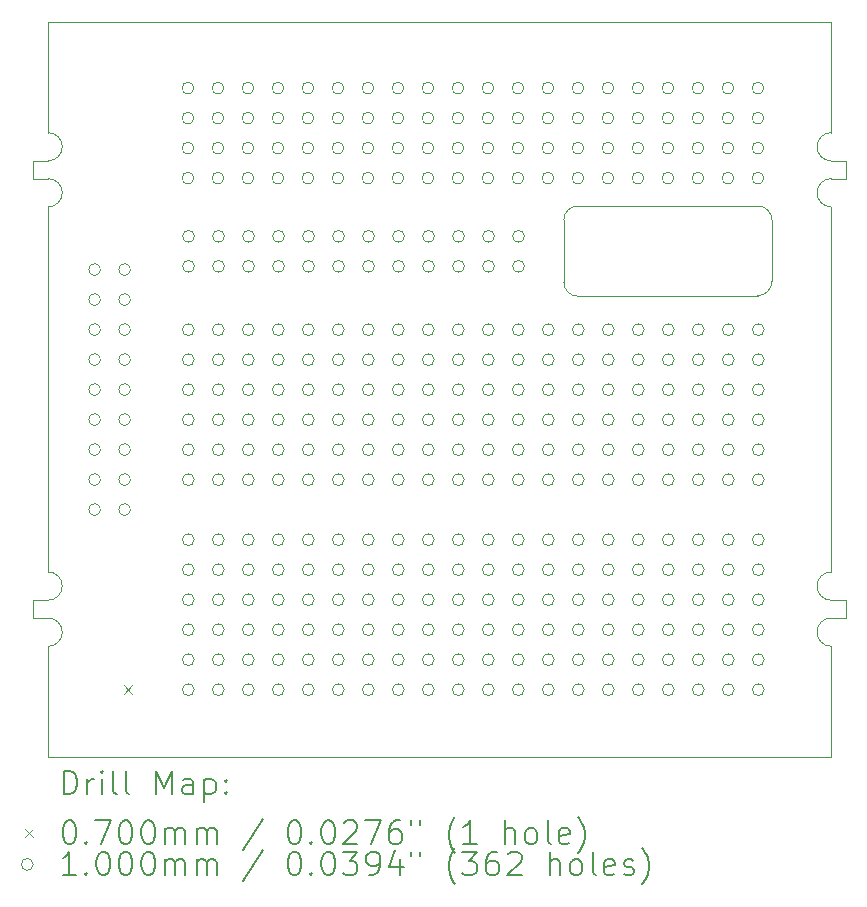
<source format=gbr>
%TF.GenerationSoftware,KiCad,Pcbnew,8.0.8*%
%TF.CreationDate,2025-02-19T14:06:18-05:00*%
%TF.ProjectId,plot_gerbers,706c6f74-5f67-4657-9262-6572732e6b69,rev?*%
%TF.SameCoordinates,Original*%
%TF.FileFunction,Drillmap*%
%TF.FilePolarity,Positive*%
%FSLAX45Y45*%
G04 Gerber Fmt 4.5, Leading zero omitted, Abs format (unit mm)*
G04 Created by KiCad (PCBNEW 8.0.8) date 2025-02-19 14:06:18*
%MOMM*%
%LPD*%
G01*
G04 APERTURE LIST*
%ADD10C,0.050000*%
%ADD11C,0.200000*%
%ADD12C,0.100000*%
G04 APERTURE END LIST*
D10*
X17911000Y-12807000D02*
G75*
G02*
X17791000Y-12687000I0J120000D01*
G01*
X11281000Y-9477000D02*
X11281000Y-12567000D01*
X17911000Y-9477000D02*
G75*
G02*
X17791000Y-9357000I0J120000D01*
G01*
X17911000Y-13197000D02*
X17911000Y-14137000D01*
X11281000Y-9237000D02*
X11156000Y-9237000D01*
X17791000Y-8967000D02*
G75*
G02*
X17911000Y-8847000I120000J0D01*
G01*
X15646500Y-9588500D02*
X15646500Y-10112500D01*
X17791000Y-13077000D02*
G75*
G02*
X17911000Y-12957000I120000J0D01*
G01*
X15766500Y-10232500D02*
G75*
G02*
X15646500Y-10112500I0J120000D01*
G01*
X11281000Y-12567000D02*
G75*
G02*
X11401000Y-12687000I0J-120000D01*
G01*
X17911000Y-9237000D02*
X18036000Y-9237000D01*
X11281000Y-12957000D02*
X11156000Y-12957000D01*
X17911000Y-9087000D02*
X18036000Y-9087000D01*
X17911000Y-12807000D02*
X18036000Y-12807000D01*
X18036000Y-12807000D02*
X18036000Y-12957000D01*
X15766500Y-10232500D02*
X17289500Y-10232500D01*
X11401000Y-8967000D02*
G75*
G02*
X11281000Y-9087000I-120000J0D01*
G01*
X17911000Y-9087000D02*
G75*
G02*
X17791000Y-8967000I0J120000D01*
G01*
X17911000Y-13197000D02*
G75*
G02*
X17791000Y-13077000I0J120000D01*
G01*
X17289500Y-9468500D02*
G75*
G02*
X17409500Y-9588500I0J-120000D01*
G01*
X11281000Y-7907000D02*
X17911000Y-7907000D01*
X11281000Y-8847000D02*
X11281000Y-7907000D01*
X17911000Y-12567000D02*
X17911000Y-9477000D01*
X17911000Y-12957000D02*
X18036000Y-12957000D01*
X15646500Y-9588500D02*
G75*
G02*
X15766500Y-9468500I120000J0D01*
G01*
X11281000Y-14137000D02*
X17911000Y-14137000D01*
X11281000Y-8847000D02*
G75*
G02*
X11401000Y-8967000I0J-120000D01*
G01*
X11281000Y-9087000D02*
X11156000Y-9087000D01*
X17791000Y-9357000D02*
G75*
G02*
X17911000Y-9237000I120000J0D01*
G01*
X11281000Y-9237000D02*
G75*
G02*
X11401000Y-9357000I0J-120000D01*
G01*
X17289500Y-9468500D02*
X15766500Y-9468500D01*
X11401000Y-12687000D02*
G75*
G02*
X11281000Y-12807000I-120000J0D01*
G01*
X17409500Y-9588500D02*
X17409500Y-10107500D01*
X11281000Y-12957000D02*
G75*
G02*
X11401000Y-13077000I0J-120000D01*
G01*
X17409500Y-10107500D02*
G75*
G02*
X17289500Y-10227500I-120000J0D01*
G01*
X11281000Y-13197000D02*
X11281000Y-14137000D01*
X11401000Y-13077000D02*
G75*
G02*
X11281000Y-13197000I-120000J0D01*
G01*
X17791000Y-12687000D02*
G75*
G02*
X17911000Y-12567000I120000J0D01*
G01*
X11156000Y-9237000D02*
X11156000Y-9087000D01*
X11156000Y-12957000D02*
X11156000Y-12807000D01*
X11281000Y-12807000D02*
X11156000Y-12807000D01*
X18036000Y-9087000D02*
X18036000Y-9237000D01*
X17911000Y-8847000D02*
X17911000Y-7907000D01*
X11401000Y-9357000D02*
G75*
G02*
X11281000Y-9477000I-120000J0D01*
G01*
D11*
D12*
X11922000Y-13528000D02*
X11992000Y-13598000D01*
X11992000Y-13528000D02*
X11922000Y-13598000D01*
X11724000Y-10007000D02*
G75*
G02*
X11624000Y-10007000I-50000J0D01*
G01*
X11624000Y-10007000D02*
G75*
G02*
X11724000Y-10007000I50000J0D01*
G01*
X11724000Y-10261000D02*
G75*
G02*
X11624000Y-10261000I-50000J0D01*
G01*
X11624000Y-10261000D02*
G75*
G02*
X11724000Y-10261000I50000J0D01*
G01*
X11724000Y-10515000D02*
G75*
G02*
X11624000Y-10515000I-50000J0D01*
G01*
X11624000Y-10515000D02*
G75*
G02*
X11724000Y-10515000I50000J0D01*
G01*
X11724000Y-10769000D02*
G75*
G02*
X11624000Y-10769000I-50000J0D01*
G01*
X11624000Y-10769000D02*
G75*
G02*
X11724000Y-10769000I50000J0D01*
G01*
X11724000Y-11023000D02*
G75*
G02*
X11624000Y-11023000I-50000J0D01*
G01*
X11624000Y-11023000D02*
G75*
G02*
X11724000Y-11023000I50000J0D01*
G01*
X11724000Y-11277000D02*
G75*
G02*
X11624000Y-11277000I-50000J0D01*
G01*
X11624000Y-11277000D02*
G75*
G02*
X11724000Y-11277000I50000J0D01*
G01*
X11724000Y-11531000D02*
G75*
G02*
X11624000Y-11531000I-50000J0D01*
G01*
X11624000Y-11531000D02*
G75*
G02*
X11724000Y-11531000I50000J0D01*
G01*
X11724000Y-11785000D02*
G75*
G02*
X11624000Y-11785000I-50000J0D01*
G01*
X11624000Y-11785000D02*
G75*
G02*
X11724000Y-11785000I50000J0D01*
G01*
X11724000Y-12039000D02*
G75*
G02*
X11624000Y-12039000I-50000J0D01*
G01*
X11624000Y-12039000D02*
G75*
G02*
X11724000Y-12039000I50000J0D01*
G01*
X11978000Y-10007000D02*
G75*
G02*
X11878000Y-10007000I-50000J0D01*
G01*
X11878000Y-10007000D02*
G75*
G02*
X11978000Y-10007000I50000J0D01*
G01*
X11978000Y-10261000D02*
G75*
G02*
X11878000Y-10261000I-50000J0D01*
G01*
X11878000Y-10261000D02*
G75*
G02*
X11978000Y-10261000I50000J0D01*
G01*
X11978000Y-10515000D02*
G75*
G02*
X11878000Y-10515000I-50000J0D01*
G01*
X11878000Y-10515000D02*
G75*
G02*
X11978000Y-10515000I50000J0D01*
G01*
X11978000Y-10769000D02*
G75*
G02*
X11878000Y-10769000I-50000J0D01*
G01*
X11878000Y-10769000D02*
G75*
G02*
X11978000Y-10769000I50000J0D01*
G01*
X11978000Y-11023000D02*
G75*
G02*
X11878000Y-11023000I-50000J0D01*
G01*
X11878000Y-11023000D02*
G75*
G02*
X11978000Y-11023000I50000J0D01*
G01*
X11978000Y-11277000D02*
G75*
G02*
X11878000Y-11277000I-50000J0D01*
G01*
X11878000Y-11277000D02*
G75*
G02*
X11978000Y-11277000I50000J0D01*
G01*
X11978000Y-11531000D02*
G75*
G02*
X11878000Y-11531000I-50000J0D01*
G01*
X11878000Y-11531000D02*
G75*
G02*
X11978000Y-11531000I50000J0D01*
G01*
X11978000Y-11785000D02*
G75*
G02*
X11878000Y-11785000I-50000J0D01*
G01*
X11878000Y-11785000D02*
G75*
G02*
X11978000Y-11785000I50000J0D01*
G01*
X11978000Y-12039000D02*
G75*
G02*
X11878000Y-12039000I-50000J0D01*
G01*
X11878000Y-12039000D02*
G75*
G02*
X11978000Y-12039000I50000J0D01*
G01*
X12514500Y-8470500D02*
G75*
G02*
X12414500Y-8470500I-50000J0D01*
G01*
X12414500Y-8470500D02*
G75*
G02*
X12514500Y-8470500I50000J0D01*
G01*
X12514500Y-8724500D02*
G75*
G02*
X12414500Y-8724500I-50000J0D01*
G01*
X12414500Y-8724500D02*
G75*
G02*
X12514500Y-8724500I50000J0D01*
G01*
X12514500Y-8978500D02*
G75*
G02*
X12414500Y-8978500I-50000J0D01*
G01*
X12414500Y-8978500D02*
G75*
G02*
X12514500Y-8978500I50000J0D01*
G01*
X12514500Y-9232500D02*
G75*
G02*
X12414500Y-9232500I-50000J0D01*
G01*
X12414500Y-9232500D02*
G75*
G02*
X12514500Y-9232500I50000J0D01*
G01*
X12517500Y-10516000D02*
G75*
G02*
X12417500Y-10516000I-50000J0D01*
G01*
X12417500Y-10516000D02*
G75*
G02*
X12517500Y-10516000I50000J0D01*
G01*
X12517500Y-10770000D02*
G75*
G02*
X12417500Y-10770000I-50000J0D01*
G01*
X12417500Y-10770000D02*
G75*
G02*
X12517500Y-10770000I50000J0D01*
G01*
X12517500Y-11024000D02*
G75*
G02*
X12417500Y-11024000I-50000J0D01*
G01*
X12417500Y-11024000D02*
G75*
G02*
X12517500Y-11024000I50000J0D01*
G01*
X12517500Y-11278000D02*
G75*
G02*
X12417500Y-11278000I-50000J0D01*
G01*
X12417500Y-11278000D02*
G75*
G02*
X12517500Y-11278000I50000J0D01*
G01*
X12517500Y-11532000D02*
G75*
G02*
X12417500Y-11532000I-50000J0D01*
G01*
X12417500Y-11532000D02*
G75*
G02*
X12517500Y-11532000I50000J0D01*
G01*
X12517500Y-11786000D02*
G75*
G02*
X12417500Y-11786000I-50000J0D01*
G01*
X12417500Y-11786000D02*
G75*
G02*
X12517500Y-11786000I50000J0D01*
G01*
X12517500Y-12294000D02*
G75*
G02*
X12417500Y-12294000I-50000J0D01*
G01*
X12417500Y-12294000D02*
G75*
G02*
X12517500Y-12294000I50000J0D01*
G01*
X12517500Y-12548000D02*
G75*
G02*
X12417500Y-12548000I-50000J0D01*
G01*
X12417500Y-12548000D02*
G75*
G02*
X12517500Y-12548000I50000J0D01*
G01*
X12517500Y-12802000D02*
G75*
G02*
X12417500Y-12802000I-50000J0D01*
G01*
X12417500Y-12802000D02*
G75*
G02*
X12517500Y-12802000I50000J0D01*
G01*
X12517500Y-13056000D02*
G75*
G02*
X12417500Y-13056000I-50000J0D01*
G01*
X12417500Y-13056000D02*
G75*
G02*
X12517500Y-13056000I50000J0D01*
G01*
X12517500Y-13310000D02*
G75*
G02*
X12417500Y-13310000I-50000J0D01*
G01*
X12417500Y-13310000D02*
G75*
G02*
X12517500Y-13310000I50000J0D01*
G01*
X12517500Y-13564000D02*
G75*
G02*
X12417500Y-13564000I-50000J0D01*
G01*
X12417500Y-13564000D02*
G75*
G02*
X12517500Y-13564000I50000J0D01*
G01*
X12519500Y-9726000D02*
G75*
G02*
X12419500Y-9726000I-50000J0D01*
G01*
X12419500Y-9726000D02*
G75*
G02*
X12519500Y-9726000I50000J0D01*
G01*
X12519500Y-9980000D02*
G75*
G02*
X12419500Y-9980000I-50000J0D01*
G01*
X12419500Y-9980000D02*
G75*
G02*
X12519500Y-9980000I50000J0D01*
G01*
X12768500Y-8470500D02*
G75*
G02*
X12668500Y-8470500I-50000J0D01*
G01*
X12668500Y-8470500D02*
G75*
G02*
X12768500Y-8470500I50000J0D01*
G01*
X12768500Y-8724500D02*
G75*
G02*
X12668500Y-8724500I-50000J0D01*
G01*
X12668500Y-8724500D02*
G75*
G02*
X12768500Y-8724500I50000J0D01*
G01*
X12768500Y-8978500D02*
G75*
G02*
X12668500Y-8978500I-50000J0D01*
G01*
X12668500Y-8978500D02*
G75*
G02*
X12768500Y-8978500I50000J0D01*
G01*
X12768500Y-9232500D02*
G75*
G02*
X12668500Y-9232500I-50000J0D01*
G01*
X12668500Y-9232500D02*
G75*
G02*
X12768500Y-9232500I50000J0D01*
G01*
X12771500Y-10516000D02*
G75*
G02*
X12671500Y-10516000I-50000J0D01*
G01*
X12671500Y-10516000D02*
G75*
G02*
X12771500Y-10516000I50000J0D01*
G01*
X12771500Y-10770000D02*
G75*
G02*
X12671500Y-10770000I-50000J0D01*
G01*
X12671500Y-10770000D02*
G75*
G02*
X12771500Y-10770000I50000J0D01*
G01*
X12771500Y-11024000D02*
G75*
G02*
X12671500Y-11024000I-50000J0D01*
G01*
X12671500Y-11024000D02*
G75*
G02*
X12771500Y-11024000I50000J0D01*
G01*
X12771500Y-11278000D02*
G75*
G02*
X12671500Y-11278000I-50000J0D01*
G01*
X12671500Y-11278000D02*
G75*
G02*
X12771500Y-11278000I50000J0D01*
G01*
X12771500Y-11532000D02*
G75*
G02*
X12671500Y-11532000I-50000J0D01*
G01*
X12671500Y-11532000D02*
G75*
G02*
X12771500Y-11532000I50000J0D01*
G01*
X12771500Y-11786000D02*
G75*
G02*
X12671500Y-11786000I-50000J0D01*
G01*
X12671500Y-11786000D02*
G75*
G02*
X12771500Y-11786000I50000J0D01*
G01*
X12771500Y-12294000D02*
G75*
G02*
X12671500Y-12294000I-50000J0D01*
G01*
X12671500Y-12294000D02*
G75*
G02*
X12771500Y-12294000I50000J0D01*
G01*
X12771500Y-12548000D02*
G75*
G02*
X12671500Y-12548000I-50000J0D01*
G01*
X12671500Y-12548000D02*
G75*
G02*
X12771500Y-12548000I50000J0D01*
G01*
X12771500Y-12802000D02*
G75*
G02*
X12671500Y-12802000I-50000J0D01*
G01*
X12671500Y-12802000D02*
G75*
G02*
X12771500Y-12802000I50000J0D01*
G01*
X12771500Y-13056000D02*
G75*
G02*
X12671500Y-13056000I-50000J0D01*
G01*
X12671500Y-13056000D02*
G75*
G02*
X12771500Y-13056000I50000J0D01*
G01*
X12771500Y-13310000D02*
G75*
G02*
X12671500Y-13310000I-50000J0D01*
G01*
X12671500Y-13310000D02*
G75*
G02*
X12771500Y-13310000I50000J0D01*
G01*
X12771500Y-13564000D02*
G75*
G02*
X12671500Y-13564000I-50000J0D01*
G01*
X12671500Y-13564000D02*
G75*
G02*
X12771500Y-13564000I50000J0D01*
G01*
X12773500Y-9726000D02*
G75*
G02*
X12673500Y-9726000I-50000J0D01*
G01*
X12673500Y-9726000D02*
G75*
G02*
X12773500Y-9726000I50000J0D01*
G01*
X12773500Y-9980000D02*
G75*
G02*
X12673500Y-9980000I-50000J0D01*
G01*
X12673500Y-9980000D02*
G75*
G02*
X12773500Y-9980000I50000J0D01*
G01*
X13022500Y-8470500D02*
G75*
G02*
X12922500Y-8470500I-50000J0D01*
G01*
X12922500Y-8470500D02*
G75*
G02*
X13022500Y-8470500I50000J0D01*
G01*
X13022500Y-8724500D02*
G75*
G02*
X12922500Y-8724500I-50000J0D01*
G01*
X12922500Y-8724500D02*
G75*
G02*
X13022500Y-8724500I50000J0D01*
G01*
X13022500Y-8978500D02*
G75*
G02*
X12922500Y-8978500I-50000J0D01*
G01*
X12922500Y-8978500D02*
G75*
G02*
X13022500Y-8978500I50000J0D01*
G01*
X13022500Y-9232500D02*
G75*
G02*
X12922500Y-9232500I-50000J0D01*
G01*
X12922500Y-9232500D02*
G75*
G02*
X13022500Y-9232500I50000J0D01*
G01*
X13025500Y-10516000D02*
G75*
G02*
X12925500Y-10516000I-50000J0D01*
G01*
X12925500Y-10516000D02*
G75*
G02*
X13025500Y-10516000I50000J0D01*
G01*
X13025500Y-10770000D02*
G75*
G02*
X12925500Y-10770000I-50000J0D01*
G01*
X12925500Y-10770000D02*
G75*
G02*
X13025500Y-10770000I50000J0D01*
G01*
X13025500Y-11024000D02*
G75*
G02*
X12925500Y-11024000I-50000J0D01*
G01*
X12925500Y-11024000D02*
G75*
G02*
X13025500Y-11024000I50000J0D01*
G01*
X13025500Y-11278000D02*
G75*
G02*
X12925500Y-11278000I-50000J0D01*
G01*
X12925500Y-11278000D02*
G75*
G02*
X13025500Y-11278000I50000J0D01*
G01*
X13025500Y-11532000D02*
G75*
G02*
X12925500Y-11532000I-50000J0D01*
G01*
X12925500Y-11532000D02*
G75*
G02*
X13025500Y-11532000I50000J0D01*
G01*
X13025500Y-11786000D02*
G75*
G02*
X12925500Y-11786000I-50000J0D01*
G01*
X12925500Y-11786000D02*
G75*
G02*
X13025500Y-11786000I50000J0D01*
G01*
X13025500Y-12294000D02*
G75*
G02*
X12925500Y-12294000I-50000J0D01*
G01*
X12925500Y-12294000D02*
G75*
G02*
X13025500Y-12294000I50000J0D01*
G01*
X13025500Y-12548000D02*
G75*
G02*
X12925500Y-12548000I-50000J0D01*
G01*
X12925500Y-12548000D02*
G75*
G02*
X13025500Y-12548000I50000J0D01*
G01*
X13025500Y-12802000D02*
G75*
G02*
X12925500Y-12802000I-50000J0D01*
G01*
X12925500Y-12802000D02*
G75*
G02*
X13025500Y-12802000I50000J0D01*
G01*
X13025500Y-13056000D02*
G75*
G02*
X12925500Y-13056000I-50000J0D01*
G01*
X12925500Y-13056000D02*
G75*
G02*
X13025500Y-13056000I50000J0D01*
G01*
X13025500Y-13310000D02*
G75*
G02*
X12925500Y-13310000I-50000J0D01*
G01*
X12925500Y-13310000D02*
G75*
G02*
X13025500Y-13310000I50000J0D01*
G01*
X13025500Y-13564000D02*
G75*
G02*
X12925500Y-13564000I-50000J0D01*
G01*
X12925500Y-13564000D02*
G75*
G02*
X13025500Y-13564000I50000J0D01*
G01*
X13027500Y-9726000D02*
G75*
G02*
X12927500Y-9726000I-50000J0D01*
G01*
X12927500Y-9726000D02*
G75*
G02*
X13027500Y-9726000I50000J0D01*
G01*
X13027500Y-9980000D02*
G75*
G02*
X12927500Y-9980000I-50000J0D01*
G01*
X12927500Y-9980000D02*
G75*
G02*
X13027500Y-9980000I50000J0D01*
G01*
X13276500Y-8470500D02*
G75*
G02*
X13176500Y-8470500I-50000J0D01*
G01*
X13176500Y-8470500D02*
G75*
G02*
X13276500Y-8470500I50000J0D01*
G01*
X13276500Y-8724500D02*
G75*
G02*
X13176500Y-8724500I-50000J0D01*
G01*
X13176500Y-8724500D02*
G75*
G02*
X13276500Y-8724500I50000J0D01*
G01*
X13276500Y-8978500D02*
G75*
G02*
X13176500Y-8978500I-50000J0D01*
G01*
X13176500Y-8978500D02*
G75*
G02*
X13276500Y-8978500I50000J0D01*
G01*
X13276500Y-9232500D02*
G75*
G02*
X13176500Y-9232500I-50000J0D01*
G01*
X13176500Y-9232500D02*
G75*
G02*
X13276500Y-9232500I50000J0D01*
G01*
X13279500Y-10516000D02*
G75*
G02*
X13179500Y-10516000I-50000J0D01*
G01*
X13179500Y-10516000D02*
G75*
G02*
X13279500Y-10516000I50000J0D01*
G01*
X13279500Y-10770000D02*
G75*
G02*
X13179500Y-10770000I-50000J0D01*
G01*
X13179500Y-10770000D02*
G75*
G02*
X13279500Y-10770000I50000J0D01*
G01*
X13279500Y-11024000D02*
G75*
G02*
X13179500Y-11024000I-50000J0D01*
G01*
X13179500Y-11024000D02*
G75*
G02*
X13279500Y-11024000I50000J0D01*
G01*
X13279500Y-11278000D02*
G75*
G02*
X13179500Y-11278000I-50000J0D01*
G01*
X13179500Y-11278000D02*
G75*
G02*
X13279500Y-11278000I50000J0D01*
G01*
X13279500Y-11532000D02*
G75*
G02*
X13179500Y-11532000I-50000J0D01*
G01*
X13179500Y-11532000D02*
G75*
G02*
X13279500Y-11532000I50000J0D01*
G01*
X13279500Y-11786000D02*
G75*
G02*
X13179500Y-11786000I-50000J0D01*
G01*
X13179500Y-11786000D02*
G75*
G02*
X13279500Y-11786000I50000J0D01*
G01*
X13279500Y-12294000D02*
G75*
G02*
X13179500Y-12294000I-50000J0D01*
G01*
X13179500Y-12294000D02*
G75*
G02*
X13279500Y-12294000I50000J0D01*
G01*
X13279500Y-12548000D02*
G75*
G02*
X13179500Y-12548000I-50000J0D01*
G01*
X13179500Y-12548000D02*
G75*
G02*
X13279500Y-12548000I50000J0D01*
G01*
X13279500Y-12802000D02*
G75*
G02*
X13179500Y-12802000I-50000J0D01*
G01*
X13179500Y-12802000D02*
G75*
G02*
X13279500Y-12802000I50000J0D01*
G01*
X13279500Y-13056000D02*
G75*
G02*
X13179500Y-13056000I-50000J0D01*
G01*
X13179500Y-13056000D02*
G75*
G02*
X13279500Y-13056000I50000J0D01*
G01*
X13279500Y-13310000D02*
G75*
G02*
X13179500Y-13310000I-50000J0D01*
G01*
X13179500Y-13310000D02*
G75*
G02*
X13279500Y-13310000I50000J0D01*
G01*
X13279500Y-13564000D02*
G75*
G02*
X13179500Y-13564000I-50000J0D01*
G01*
X13179500Y-13564000D02*
G75*
G02*
X13279500Y-13564000I50000J0D01*
G01*
X13281500Y-9726000D02*
G75*
G02*
X13181500Y-9726000I-50000J0D01*
G01*
X13181500Y-9726000D02*
G75*
G02*
X13281500Y-9726000I50000J0D01*
G01*
X13281500Y-9980000D02*
G75*
G02*
X13181500Y-9980000I-50000J0D01*
G01*
X13181500Y-9980000D02*
G75*
G02*
X13281500Y-9980000I50000J0D01*
G01*
X13530500Y-8470500D02*
G75*
G02*
X13430500Y-8470500I-50000J0D01*
G01*
X13430500Y-8470500D02*
G75*
G02*
X13530500Y-8470500I50000J0D01*
G01*
X13530500Y-8724500D02*
G75*
G02*
X13430500Y-8724500I-50000J0D01*
G01*
X13430500Y-8724500D02*
G75*
G02*
X13530500Y-8724500I50000J0D01*
G01*
X13530500Y-8978500D02*
G75*
G02*
X13430500Y-8978500I-50000J0D01*
G01*
X13430500Y-8978500D02*
G75*
G02*
X13530500Y-8978500I50000J0D01*
G01*
X13530500Y-9232500D02*
G75*
G02*
X13430500Y-9232500I-50000J0D01*
G01*
X13430500Y-9232500D02*
G75*
G02*
X13530500Y-9232500I50000J0D01*
G01*
X13533500Y-10516000D02*
G75*
G02*
X13433500Y-10516000I-50000J0D01*
G01*
X13433500Y-10516000D02*
G75*
G02*
X13533500Y-10516000I50000J0D01*
G01*
X13533500Y-10770000D02*
G75*
G02*
X13433500Y-10770000I-50000J0D01*
G01*
X13433500Y-10770000D02*
G75*
G02*
X13533500Y-10770000I50000J0D01*
G01*
X13533500Y-11024000D02*
G75*
G02*
X13433500Y-11024000I-50000J0D01*
G01*
X13433500Y-11024000D02*
G75*
G02*
X13533500Y-11024000I50000J0D01*
G01*
X13533500Y-11278000D02*
G75*
G02*
X13433500Y-11278000I-50000J0D01*
G01*
X13433500Y-11278000D02*
G75*
G02*
X13533500Y-11278000I50000J0D01*
G01*
X13533500Y-11532000D02*
G75*
G02*
X13433500Y-11532000I-50000J0D01*
G01*
X13433500Y-11532000D02*
G75*
G02*
X13533500Y-11532000I50000J0D01*
G01*
X13533500Y-11786000D02*
G75*
G02*
X13433500Y-11786000I-50000J0D01*
G01*
X13433500Y-11786000D02*
G75*
G02*
X13533500Y-11786000I50000J0D01*
G01*
X13533500Y-12294000D02*
G75*
G02*
X13433500Y-12294000I-50000J0D01*
G01*
X13433500Y-12294000D02*
G75*
G02*
X13533500Y-12294000I50000J0D01*
G01*
X13533500Y-12548000D02*
G75*
G02*
X13433500Y-12548000I-50000J0D01*
G01*
X13433500Y-12548000D02*
G75*
G02*
X13533500Y-12548000I50000J0D01*
G01*
X13533500Y-12802000D02*
G75*
G02*
X13433500Y-12802000I-50000J0D01*
G01*
X13433500Y-12802000D02*
G75*
G02*
X13533500Y-12802000I50000J0D01*
G01*
X13533500Y-13056000D02*
G75*
G02*
X13433500Y-13056000I-50000J0D01*
G01*
X13433500Y-13056000D02*
G75*
G02*
X13533500Y-13056000I50000J0D01*
G01*
X13533500Y-13310000D02*
G75*
G02*
X13433500Y-13310000I-50000J0D01*
G01*
X13433500Y-13310000D02*
G75*
G02*
X13533500Y-13310000I50000J0D01*
G01*
X13533500Y-13564000D02*
G75*
G02*
X13433500Y-13564000I-50000J0D01*
G01*
X13433500Y-13564000D02*
G75*
G02*
X13533500Y-13564000I50000J0D01*
G01*
X13535500Y-9726000D02*
G75*
G02*
X13435500Y-9726000I-50000J0D01*
G01*
X13435500Y-9726000D02*
G75*
G02*
X13535500Y-9726000I50000J0D01*
G01*
X13535500Y-9980000D02*
G75*
G02*
X13435500Y-9980000I-50000J0D01*
G01*
X13435500Y-9980000D02*
G75*
G02*
X13535500Y-9980000I50000J0D01*
G01*
X13784500Y-8470500D02*
G75*
G02*
X13684500Y-8470500I-50000J0D01*
G01*
X13684500Y-8470500D02*
G75*
G02*
X13784500Y-8470500I50000J0D01*
G01*
X13784500Y-8724500D02*
G75*
G02*
X13684500Y-8724500I-50000J0D01*
G01*
X13684500Y-8724500D02*
G75*
G02*
X13784500Y-8724500I50000J0D01*
G01*
X13784500Y-8978500D02*
G75*
G02*
X13684500Y-8978500I-50000J0D01*
G01*
X13684500Y-8978500D02*
G75*
G02*
X13784500Y-8978500I50000J0D01*
G01*
X13784500Y-9232500D02*
G75*
G02*
X13684500Y-9232500I-50000J0D01*
G01*
X13684500Y-9232500D02*
G75*
G02*
X13784500Y-9232500I50000J0D01*
G01*
X13787500Y-10516000D02*
G75*
G02*
X13687500Y-10516000I-50000J0D01*
G01*
X13687500Y-10516000D02*
G75*
G02*
X13787500Y-10516000I50000J0D01*
G01*
X13787500Y-10770000D02*
G75*
G02*
X13687500Y-10770000I-50000J0D01*
G01*
X13687500Y-10770000D02*
G75*
G02*
X13787500Y-10770000I50000J0D01*
G01*
X13787500Y-11024000D02*
G75*
G02*
X13687500Y-11024000I-50000J0D01*
G01*
X13687500Y-11024000D02*
G75*
G02*
X13787500Y-11024000I50000J0D01*
G01*
X13787500Y-11278000D02*
G75*
G02*
X13687500Y-11278000I-50000J0D01*
G01*
X13687500Y-11278000D02*
G75*
G02*
X13787500Y-11278000I50000J0D01*
G01*
X13787500Y-11532000D02*
G75*
G02*
X13687500Y-11532000I-50000J0D01*
G01*
X13687500Y-11532000D02*
G75*
G02*
X13787500Y-11532000I50000J0D01*
G01*
X13787500Y-11786000D02*
G75*
G02*
X13687500Y-11786000I-50000J0D01*
G01*
X13687500Y-11786000D02*
G75*
G02*
X13787500Y-11786000I50000J0D01*
G01*
X13787500Y-12294000D02*
G75*
G02*
X13687500Y-12294000I-50000J0D01*
G01*
X13687500Y-12294000D02*
G75*
G02*
X13787500Y-12294000I50000J0D01*
G01*
X13787500Y-12548000D02*
G75*
G02*
X13687500Y-12548000I-50000J0D01*
G01*
X13687500Y-12548000D02*
G75*
G02*
X13787500Y-12548000I50000J0D01*
G01*
X13787500Y-12802000D02*
G75*
G02*
X13687500Y-12802000I-50000J0D01*
G01*
X13687500Y-12802000D02*
G75*
G02*
X13787500Y-12802000I50000J0D01*
G01*
X13787500Y-13056000D02*
G75*
G02*
X13687500Y-13056000I-50000J0D01*
G01*
X13687500Y-13056000D02*
G75*
G02*
X13787500Y-13056000I50000J0D01*
G01*
X13787500Y-13310000D02*
G75*
G02*
X13687500Y-13310000I-50000J0D01*
G01*
X13687500Y-13310000D02*
G75*
G02*
X13787500Y-13310000I50000J0D01*
G01*
X13787500Y-13564000D02*
G75*
G02*
X13687500Y-13564000I-50000J0D01*
G01*
X13687500Y-13564000D02*
G75*
G02*
X13787500Y-13564000I50000J0D01*
G01*
X13789500Y-9726000D02*
G75*
G02*
X13689500Y-9726000I-50000J0D01*
G01*
X13689500Y-9726000D02*
G75*
G02*
X13789500Y-9726000I50000J0D01*
G01*
X13789500Y-9980000D02*
G75*
G02*
X13689500Y-9980000I-50000J0D01*
G01*
X13689500Y-9980000D02*
G75*
G02*
X13789500Y-9980000I50000J0D01*
G01*
X14038500Y-8470500D02*
G75*
G02*
X13938500Y-8470500I-50000J0D01*
G01*
X13938500Y-8470500D02*
G75*
G02*
X14038500Y-8470500I50000J0D01*
G01*
X14038500Y-8724500D02*
G75*
G02*
X13938500Y-8724500I-50000J0D01*
G01*
X13938500Y-8724500D02*
G75*
G02*
X14038500Y-8724500I50000J0D01*
G01*
X14038500Y-8978500D02*
G75*
G02*
X13938500Y-8978500I-50000J0D01*
G01*
X13938500Y-8978500D02*
G75*
G02*
X14038500Y-8978500I50000J0D01*
G01*
X14038500Y-9232500D02*
G75*
G02*
X13938500Y-9232500I-50000J0D01*
G01*
X13938500Y-9232500D02*
G75*
G02*
X14038500Y-9232500I50000J0D01*
G01*
X14041500Y-10516000D02*
G75*
G02*
X13941500Y-10516000I-50000J0D01*
G01*
X13941500Y-10516000D02*
G75*
G02*
X14041500Y-10516000I50000J0D01*
G01*
X14041500Y-10770000D02*
G75*
G02*
X13941500Y-10770000I-50000J0D01*
G01*
X13941500Y-10770000D02*
G75*
G02*
X14041500Y-10770000I50000J0D01*
G01*
X14041500Y-11024000D02*
G75*
G02*
X13941500Y-11024000I-50000J0D01*
G01*
X13941500Y-11024000D02*
G75*
G02*
X14041500Y-11024000I50000J0D01*
G01*
X14041500Y-11278000D02*
G75*
G02*
X13941500Y-11278000I-50000J0D01*
G01*
X13941500Y-11278000D02*
G75*
G02*
X14041500Y-11278000I50000J0D01*
G01*
X14041500Y-11532000D02*
G75*
G02*
X13941500Y-11532000I-50000J0D01*
G01*
X13941500Y-11532000D02*
G75*
G02*
X14041500Y-11532000I50000J0D01*
G01*
X14041500Y-11786000D02*
G75*
G02*
X13941500Y-11786000I-50000J0D01*
G01*
X13941500Y-11786000D02*
G75*
G02*
X14041500Y-11786000I50000J0D01*
G01*
X14041500Y-12294000D02*
G75*
G02*
X13941500Y-12294000I-50000J0D01*
G01*
X13941500Y-12294000D02*
G75*
G02*
X14041500Y-12294000I50000J0D01*
G01*
X14041500Y-12548000D02*
G75*
G02*
X13941500Y-12548000I-50000J0D01*
G01*
X13941500Y-12548000D02*
G75*
G02*
X14041500Y-12548000I50000J0D01*
G01*
X14041500Y-12802000D02*
G75*
G02*
X13941500Y-12802000I-50000J0D01*
G01*
X13941500Y-12802000D02*
G75*
G02*
X14041500Y-12802000I50000J0D01*
G01*
X14041500Y-13056000D02*
G75*
G02*
X13941500Y-13056000I-50000J0D01*
G01*
X13941500Y-13056000D02*
G75*
G02*
X14041500Y-13056000I50000J0D01*
G01*
X14041500Y-13310000D02*
G75*
G02*
X13941500Y-13310000I-50000J0D01*
G01*
X13941500Y-13310000D02*
G75*
G02*
X14041500Y-13310000I50000J0D01*
G01*
X14041500Y-13564000D02*
G75*
G02*
X13941500Y-13564000I-50000J0D01*
G01*
X13941500Y-13564000D02*
G75*
G02*
X14041500Y-13564000I50000J0D01*
G01*
X14043500Y-9726000D02*
G75*
G02*
X13943500Y-9726000I-50000J0D01*
G01*
X13943500Y-9726000D02*
G75*
G02*
X14043500Y-9726000I50000J0D01*
G01*
X14043500Y-9980000D02*
G75*
G02*
X13943500Y-9980000I-50000J0D01*
G01*
X13943500Y-9980000D02*
G75*
G02*
X14043500Y-9980000I50000J0D01*
G01*
X14292500Y-8470500D02*
G75*
G02*
X14192500Y-8470500I-50000J0D01*
G01*
X14192500Y-8470500D02*
G75*
G02*
X14292500Y-8470500I50000J0D01*
G01*
X14292500Y-8724500D02*
G75*
G02*
X14192500Y-8724500I-50000J0D01*
G01*
X14192500Y-8724500D02*
G75*
G02*
X14292500Y-8724500I50000J0D01*
G01*
X14292500Y-8978500D02*
G75*
G02*
X14192500Y-8978500I-50000J0D01*
G01*
X14192500Y-8978500D02*
G75*
G02*
X14292500Y-8978500I50000J0D01*
G01*
X14292500Y-9232500D02*
G75*
G02*
X14192500Y-9232500I-50000J0D01*
G01*
X14192500Y-9232500D02*
G75*
G02*
X14292500Y-9232500I50000J0D01*
G01*
X14295500Y-10516000D02*
G75*
G02*
X14195500Y-10516000I-50000J0D01*
G01*
X14195500Y-10516000D02*
G75*
G02*
X14295500Y-10516000I50000J0D01*
G01*
X14295500Y-10770000D02*
G75*
G02*
X14195500Y-10770000I-50000J0D01*
G01*
X14195500Y-10770000D02*
G75*
G02*
X14295500Y-10770000I50000J0D01*
G01*
X14295500Y-11024000D02*
G75*
G02*
X14195500Y-11024000I-50000J0D01*
G01*
X14195500Y-11024000D02*
G75*
G02*
X14295500Y-11024000I50000J0D01*
G01*
X14295500Y-11278000D02*
G75*
G02*
X14195500Y-11278000I-50000J0D01*
G01*
X14195500Y-11278000D02*
G75*
G02*
X14295500Y-11278000I50000J0D01*
G01*
X14295500Y-11532000D02*
G75*
G02*
X14195500Y-11532000I-50000J0D01*
G01*
X14195500Y-11532000D02*
G75*
G02*
X14295500Y-11532000I50000J0D01*
G01*
X14295500Y-11786000D02*
G75*
G02*
X14195500Y-11786000I-50000J0D01*
G01*
X14195500Y-11786000D02*
G75*
G02*
X14295500Y-11786000I50000J0D01*
G01*
X14295500Y-12294000D02*
G75*
G02*
X14195500Y-12294000I-50000J0D01*
G01*
X14195500Y-12294000D02*
G75*
G02*
X14295500Y-12294000I50000J0D01*
G01*
X14295500Y-12548000D02*
G75*
G02*
X14195500Y-12548000I-50000J0D01*
G01*
X14195500Y-12548000D02*
G75*
G02*
X14295500Y-12548000I50000J0D01*
G01*
X14295500Y-12802000D02*
G75*
G02*
X14195500Y-12802000I-50000J0D01*
G01*
X14195500Y-12802000D02*
G75*
G02*
X14295500Y-12802000I50000J0D01*
G01*
X14295500Y-13056000D02*
G75*
G02*
X14195500Y-13056000I-50000J0D01*
G01*
X14195500Y-13056000D02*
G75*
G02*
X14295500Y-13056000I50000J0D01*
G01*
X14295500Y-13310000D02*
G75*
G02*
X14195500Y-13310000I-50000J0D01*
G01*
X14195500Y-13310000D02*
G75*
G02*
X14295500Y-13310000I50000J0D01*
G01*
X14295500Y-13564000D02*
G75*
G02*
X14195500Y-13564000I-50000J0D01*
G01*
X14195500Y-13564000D02*
G75*
G02*
X14295500Y-13564000I50000J0D01*
G01*
X14297500Y-9726000D02*
G75*
G02*
X14197500Y-9726000I-50000J0D01*
G01*
X14197500Y-9726000D02*
G75*
G02*
X14297500Y-9726000I50000J0D01*
G01*
X14297500Y-9980000D02*
G75*
G02*
X14197500Y-9980000I-50000J0D01*
G01*
X14197500Y-9980000D02*
G75*
G02*
X14297500Y-9980000I50000J0D01*
G01*
X14546500Y-8470500D02*
G75*
G02*
X14446500Y-8470500I-50000J0D01*
G01*
X14446500Y-8470500D02*
G75*
G02*
X14546500Y-8470500I50000J0D01*
G01*
X14546500Y-8724500D02*
G75*
G02*
X14446500Y-8724500I-50000J0D01*
G01*
X14446500Y-8724500D02*
G75*
G02*
X14546500Y-8724500I50000J0D01*
G01*
X14546500Y-8978500D02*
G75*
G02*
X14446500Y-8978500I-50000J0D01*
G01*
X14446500Y-8978500D02*
G75*
G02*
X14546500Y-8978500I50000J0D01*
G01*
X14546500Y-9232500D02*
G75*
G02*
X14446500Y-9232500I-50000J0D01*
G01*
X14446500Y-9232500D02*
G75*
G02*
X14546500Y-9232500I50000J0D01*
G01*
X14549500Y-10516000D02*
G75*
G02*
X14449500Y-10516000I-50000J0D01*
G01*
X14449500Y-10516000D02*
G75*
G02*
X14549500Y-10516000I50000J0D01*
G01*
X14549500Y-10770000D02*
G75*
G02*
X14449500Y-10770000I-50000J0D01*
G01*
X14449500Y-10770000D02*
G75*
G02*
X14549500Y-10770000I50000J0D01*
G01*
X14549500Y-11024000D02*
G75*
G02*
X14449500Y-11024000I-50000J0D01*
G01*
X14449500Y-11024000D02*
G75*
G02*
X14549500Y-11024000I50000J0D01*
G01*
X14549500Y-11278000D02*
G75*
G02*
X14449500Y-11278000I-50000J0D01*
G01*
X14449500Y-11278000D02*
G75*
G02*
X14549500Y-11278000I50000J0D01*
G01*
X14549500Y-11532000D02*
G75*
G02*
X14449500Y-11532000I-50000J0D01*
G01*
X14449500Y-11532000D02*
G75*
G02*
X14549500Y-11532000I50000J0D01*
G01*
X14549500Y-11786000D02*
G75*
G02*
X14449500Y-11786000I-50000J0D01*
G01*
X14449500Y-11786000D02*
G75*
G02*
X14549500Y-11786000I50000J0D01*
G01*
X14549500Y-12294000D02*
G75*
G02*
X14449500Y-12294000I-50000J0D01*
G01*
X14449500Y-12294000D02*
G75*
G02*
X14549500Y-12294000I50000J0D01*
G01*
X14549500Y-12548000D02*
G75*
G02*
X14449500Y-12548000I-50000J0D01*
G01*
X14449500Y-12548000D02*
G75*
G02*
X14549500Y-12548000I50000J0D01*
G01*
X14549500Y-12802000D02*
G75*
G02*
X14449500Y-12802000I-50000J0D01*
G01*
X14449500Y-12802000D02*
G75*
G02*
X14549500Y-12802000I50000J0D01*
G01*
X14549500Y-13056000D02*
G75*
G02*
X14449500Y-13056000I-50000J0D01*
G01*
X14449500Y-13056000D02*
G75*
G02*
X14549500Y-13056000I50000J0D01*
G01*
X14549500Y-13310000D02*
G75*
G02*
X14449500Y-13310000I-50000J0D01*
G01*
X14449500Y-13310000D02*
G75*
G02*
X14549500Y-13310000I50000J0D01*
G01*
X14549500Y-13564000D02*
G75*
G02*
X14449500Y-13564000I-50000J0D01*
G01*
X14449500Y-13564000D02*
G75*
G02*
X14549500Y-13564000I50000J0D01*
G01*
X14551500Y-9726000D02*
G75*
G02*
X14451500Y-9726000I-50000J0D01*
G01*
X14451500Y-9726000D02*
G75*
G02*
X14551500Y-9726000I50000J0D01*
G01*
X14551500Y-9980000D02*
G75*
G02*
X14451500Y-9980000I-50000J0D01*
G01*
X14451500Y-9980000D02*
G75*
G02*
X14551500Y-9980000I50000J0D01*
G01*
X14800500Y-8470500D02*
G75*
G02*
X14700500Y-8470500I-50000J0D01*
G01*
X14700500Y-8470500D02*
G75*
G02*
X14800500Y-8470500I50000J0D01*
G01*
X14800500Y-8724500D02*
G75*
G02*
X14700500Y-8724500I-50000J0D01*
G01*
X14700500Y-8724500D02*
G75*
G02*
X14800500Y-8724500I50000J0D01*
G01*
X14800500Y-8978500D02*
G75*
G02*
X14700500Y-8978500I-50000J0D01*
G01*
X14700500Y-8978500D02*
G75*
G02*
X14800500Y-8978500I50000J0D01*
G01*
X14800500Y-9232500D02*
G75*
G02*
X14700500Y-9232500I-50000J0D01*
G01*
X14700500Y-9232500D02*
G75*
G02*
X14800500Y-9232500I50000J0D01*
G01*
X14803500Y-10516000D02*
G75*
G02*
X14703500Y-10516000I-50000J0D01*
G01*
X14703500Y-10516000D02*
G75*
G02*
X14803500Y-10516000I50000J0D01*
G01*
X14803500Y-10770000D02*
G75*
G02*
X14703500Y-10770000I-50000J0D01*
G01*
X14703500Y-10770000D02*
G75*
G02*
X14803500Y-10770000I50000J0D01*
G01*
X14803500Y-11024000D02*
G75*
G02*
X14703500Y-11024000I-50000J0D01*
G01*
X14703500Y-11024000D02*
G75*
G02*
X14803500Y-11024000I50000J0D01*
G01*
X14803500Y-11278000D02*
G75*
G02*
X14703500Y-11278000I-50000J0D01*
G01*
X14703500Y-11278000D02*
G75*
G02*
X14803500Y-11278000I50000J0D01*
G01*
X14803500Y-11532000D02*
G75*
G02*
X14703500Y-11532000I-50000J0D01*
G01*
X14703500Y-11532000D02*
G75*
G02*
X14803500Y-11532000I50000J0D01*
G01*
X14803500Y-11786000D02*
G75*
G02*
X14703500Y-11786000I-50000J0D01*
G01*
X14703500Y-11786000D02*
G75*
G02*
X14803500Y-11786000I50000J0D01*
G01*
X14803500Y-12294000D02*
G75*
G02*
X14703500Y-12294000I-50000J0D01*
G01*
X14703500Y-12294000D02*
G75*
G02*
X14803500Y-12294000I50000J0D01*
G01*
X14803500Y-12548000D02*
G75*
G02*
X14703500Y-12548000I-50000J0D01*
G01*
X14703500Y-12548000D02*
G75*
G02*
X14803500Y-12548000I50000J0D01*
G01*
X14803500Y-12802000D02*
G75*
G02*
X14703500Y-12802000I-50000J0D01*
G01*
X14703500Y-12802000D02*
G75*
G02*
X14803500Y-12802000I50000J0D01*
G01*
X14803500Y-13056000D02*
G75*
G02*
X14703500Y-13056000I-50000J0D01*
G01*
X14703500Y-13056000D02*
G75*
G02*
X14803500Y-13056000I50000J0D01*
G01*
X14803500Y-13310000D02*
G75*
G02*
X14703500Y-13310000I-50000J0D01*
G01*
X14703500Y-13310000D02*
G75*
G02*
X14803500Y-13310000I50000J0D01*
G01*
X14803500Y-13564000D02*
G75*
G02*
X14703500Y-13564000I-50000J0D01*
G01*
X14703500Y-13564000D02*
G75*
G02*
X14803500Y-13564000I50000J0D01*
G01*
X14805500Y-9726000D02*
G75*
G02*
X14705500Y-9726000I-50000J0D01*
G01*
X14705500Y-9726000D02*
G75*
G02*
X14805500Y-9726000I50000J0D01*
G01*
X14805500Y-9980000D02*
G75*
G02*
X14705500Y-9980000I-50000J0D01*
G01*
X14705500Y-9980000D02*
G75*
G02*
X14805500Y-9980000I50000J0D01*
G01*
X15054500Y-8470500D02*
G75*
G02*
X14954500Y-8470500I-50000J0D01*
G01*
X14954500Y-8470500D02*
G75*
G02*
X15054500Y-8470500I50000J0D01*
G01*
X15054500Y-8724500D02*
G75*
G02*
X14954500Y-8724500I-50000J0D01*
G01*
X14954500Y-8724500D02*
G75*
G02*
X15054500Y-8724500I50000J0D01*
G01*
X15054500Y-8978500D02*
G75*
G02*
X14954500Y-8978500I-50000J0D01*
G01*
X14954500Y-8978500D02*
G75*
G02*
X15054500Y-8978500I50000J0D01*
G01*
X15054500Y-9232500D02*
G75*
G02*
X14954500Y-9232500I-50000J0D01*
G01*
X14954500Y-9232500D02*
G75*
G02*
X15054500Y-9232500I50000J0D01*
G01*
X15057500Y-10516000D02*
G75*
G02*
X14957500Y-10516000I-50000J0D01*
G01*
X14957500Y-10516000D02*
G75*
G02*
X15057500Y-10516000I50000J0D01*
G01*
X15057500Y-10770000D02*
G75*
G02*
X14957500Y-10770000I-50000J0D01*
G01*
X14957500Y-10770000D02*
G75*
G02*
X15057500Y-10770000I50000J0D01*
G01*
X15057500Y-11024000D02*
G75*
G02*
X14957500Y-11024000I-50000J0D01*
G01*
X14957500Y-11024000D02*
G75*
G02*
X15057500Y-11024000I50000J0D01*
G01*
X15057500Y-11278000D02*
G75*
G02*
X14957500Y-11278000I-50000J0D01*
G01*
X14957500Y-11278000D02*
G75*
G02*
X15057500Y-11278000I50000J0D01*
G01*
X15057500Y-11532000D02*
G75*
G02*
X14957500Y-11532000I-50000J0D01*
G01*
X14957500Y-11532000D02*
G75*
G02*
X15057500Y-11532000I50000J0D01*
G01*
X15057500Y-11786000D02*
G75*
G02*
X14957500Y-11786000I-50000J0D01*
G01*
X14957500Y-11786000D02*
G75*
G02*
X15057500Y-11786000I50000J0D01*
G01*
X15057500Y-12294000D02*
G75*
G02*
X14957500Y-12294000I-50000J0D01*
G01*
X14957500Y-12294000D02*
G75*
G02*
X15057500Y-12294000I50000J0D01*
G01*
X15057500Y-12548000D02*
G75*
G02*
X14957500Y-12548000I-50000J0D01*
G01*
X14957500Y-12548000D02*
G75*
G02*
X15057500Y-12548000I50000J0D01*
G01*
X15057500Y-12802000D02*
G75*
G02*
X14957500Y-12802000I-50000J0D01*
G01*
X14957500Y-12802000D02*
G75*
G02*
X15057500Y-12802000I50000J0D01*
G01*
X15057500Y-13056000D02*
G75*
G02*
X14957500Y-13056000I-50000J0D01*
G01*
X14957500Y-13056000D02*
G75*
G02*
X15057500Y-13056000I50000J0D01*
G01*
X15057500Y-13310000D02*
G75*
G02*
X14957500Y-13310000I-50000J0D01*
G01*
X14957500Y-13310000D02*
G75*
G02*
X15057500Y-13310000I50000J0D01*
G01*
X15057500Y-13564000D02*
G75*
G02*
X14957500Y-13564000I-50000J0D01*
G01*
X14957500Y-13564000D02*
G75*
G02*
X15057500Y-13564000I50000J0D01*
G01*
X15059500Y-9726000D02*
G75*
G02*
X14959500Y-9726000I-50000J0D01*
G01*
X14959500Y-9726000D02*
G75*
G02*
X15059500Y-9726000I50000J0D01*
G01*
X15059500Y-9980000D02*
G75*
G02*
X14959500Y-9980000I-50000J0D01*
G01*
X14959500Y-9980000D02*
G75*
G02*
X15059500Y-9980000I50000J0D01*
G01*
X15308500Y-8470500D02*
G75*
G02*
X15208500Y-8470500I-50000J0D01*
G01*
X15208500Y-8470500D02*
G75*
G02*
X15308500Y-8470500I50000J0D01*
G01*
X15308500Y-8724500D02*
G75*
G02*
X15208500Y-8724500I-50000J0D01*
G01*
X15208500Y-8724500D02*
G75*
G02*
X15308500Y-8724500I50000J0D01*
G01*
X15308500Y-8978500D02*
G75*
G02*
X15208500Y-8978500I-50000J0D01*
G01*
X15208500Y-8978500D02*
G75*
G02*
X15308500Y-8978500I50000J0D01*
G01*
X15308500Y-9232500D02*
G75*
G02*
X15208500Y-9232500I-50000J0D01*
G01*
X15208500Y-9232500D02*
G75*
G02*
X15308500Y-9232500I50000J0D01*
G01*
X15311500Y-10516000D02*
G75*
G02*
X15211500Y-10516000I-50000J0D01*
G01*
X15211500Y-10516000D02*
G75*
G02*
X15311500Y-10516000I50000J0D01*
G01*
X15311500Y-10770000D02*
G75*
G02*
X15211500Y-10770000I-50000J0D01*
G01*
X15211500Y-10770000D02*
G75*
G02*
X15311500Y-10770000I50000J0D01*
G01*
X15311500Y-11024000D02*
G75*
G02*
X15211500Y-11024000I-50000J0D01*
G01*
X15211500Y-11024000D02*
G75*
G02*
X15311500Y-11024000I50000J0D01*
G01*
X15311500Y-11278000D02*
G75*
G02*
X15211500Y-11278000I-50000J0D01*
G01*
X15211500Y-11278000D02*
G75*
G02*
X15311500Y-11278000I50000J0D01*
G01*
X15311500Y-11532000D02*
G75*
G02*
X15211500Y-11532000I-50000J0D01*
G01*
X15211500Y-11532000D02*
G75*
G02*
X15311500Y-11532000I50000J0D01*
G01*
X15311500Y-11786000D02*
G75*
G02*
X15211500Y-11786000I-50000J0D01*
G01*
X15211500Y-11786000D02*
G75*
G02*
X15311500Y-11786000I50000J0D01*
G01*
X15311500Y-12294000D02*
G75*
G02*
X15211500Y-12294000I-50000J0D01*
G01*
X15211500Y-12294000D02*
G75*
G02*
X15311500Y-12294000I50000J0D01*
G01*
X15311500Y-12548000D02*
G75*
G02*
X15211500Y-12548000I-50000J0D01*
G01*
X15211500Y-12548000D02*
G75*
G02*
X15311500Y-12548000I50000J0D01*
G01*
X15311500Y-12802000D02*
G75*
G02*
X15211500Y-12802000I-50000J0D01*
G01*
X15211500Y-12802000D02*
G75*
G02*
X15311500Y-12802000I50000J0D01*
G01*
X15311500Y-13056000D02*
G75*
G02*
X15211500Y-13056000I-50000J0D01*
G01*
X15211500Y-13056000D02*
G75*
G02*
X15311500Y-13056000I50000J0D01*
G01*
X15311500Y-13310000D02*
G75*
G02*
X15211500Y-13310000I-50000J0D01*
G01*
X15211500Y-13310000D02*
G75*
G02*
X15311500Y-13310000I50000J0D01*
G01*
X15311500Y-13564000D02*
G75*
G02*
X15211500Y-13564000I-50000J0D01*
G01*
X15211500Y-13564000D02*
G75*
G02*
X15311500Y-13564000I50000J0D01*
G01*
X15313500Y-9726000D02*
G75*
G02*
X15213500Y-9726000I-50000J0D01*
G01*
X15213500Y-9726000D02*
G75*
G02*
X15313500Y-9726000I50000J0D01*
G01*
X15313500Y-9980000D02*
G75*
G02*
X15213500Y-9980000I-50000J0D01*
G01*
X15213500Y-9980000D02*
G75*
G02*
X15313500Y-9980000I50000J0D01*
G01*
X15562500Y-8470500D02*
G75*
G02*
X15462500Y-8470500I-50000J0D01*
G01*
X15462500Y-8470500D02*
G75*
G02*
X15562500Y-8470500I50000J0D01*
G01*
X15562500Y-8724500D02*
G75*
G02*
X15462500Y-8724500I-50000J0D01*
G01*
X15462500Y-8724500D02*
G75*
G02*
X15562500Y-8724500I50000J0D01*
G01*
X15562500Y-8978500D02*
G75*
G02*
X15462500Y-8978500I-50000J0D01*
G01*
X15462500Y-8978500D02*
G75*
G02*
X15562500Y-8978500I50000J0D01*
G01*
X15562500Y-9232500D02*
G75*
G02*
X15462500Y-9232500I-50000J0D01*
G01*
X15462500Y-9232500D02*
G75*
G02*
X15562500Y-9232500I50000J0D01*
G01*
X15565500Y-10516000D02*
G75*
G02*
X15465500Y-10516000I-50000J0D01*
G01*
X15465500Y-10516000D02*
G75*
G02*
X15565500Y-10516000I50000J0D01*
G01*
X15565500Y-10770000D02*
G75*
G02*
X15465500Y-10770000I-50000J0D01*
G01*
X15465500Y-10770000D02*
G75*
G02*
X15565500Y-10770000I50000J0D01*
G01*
X15565500Y-11024000D02*
G75*
G02*
X15465500Y-11024000I-50000J0D01*
G01*
X15465500Y-11024000D02*
G75*
G02*
X15565500Y-11024000I50000J0D01*
G01*
X15565500Y-11278000D02*
G75*
G02*
X15465500Y-11278000I-50000J0D01*
G01*
X15465500Y-11278000D02*
G75*
G02*
X15565500Y-11278000I50000J0D01*
G01*
X15565500Y-11532000D02*
G75*
G02*
X15465500Y-11532000I-50000J0D01*
G01*
X15465500Y-11532000D02*
G75*
G02*
X15565500Y-11532000I50000J0D01*
G01*
X15565500Y-11786000D02*
G75*
G02*
X15465500Y-11786000I-50000J0D01*
G01*
X15465500Y-11786000D02*
G75*
G02*
X15565500Y-11786000I50000J0D01*
G01*
X15565500Y-12294000D02*
G75*
G02*
X15465500Y-12294000I-50000J0D01*
G01*
X15465500Y-12294000D02*
G75*
G02*
X15565500Y-12294000I50000J0D01*
G01*
X15565500Y-12548000D02*
G75*
G02*
X15465500Y-12548000I-50000J0D01*
G01*
X15465500Y-12548000D02*
G75*
G02*
X15565500Y-12548000I50000J0D01*
G01*
X15565500Y-12802000D02*
G75*
G02*
X15465500Y-12802000I-50000J0D01*
G01*
X15465500Y-12802000D02*
G75*
G02*
X15565500Y-12802000I50000J0D01*
G01*
X15565500Y-13056000D02*
G75*
G02*
X15465500Y-13056000I-50000J0D01*
G01*
X15465500Y-13056000D02*
G75*
G02*
X15565500Y-13056000I50000J0D01*
G01*
X15565500Y-13310000D02*
G75*
G02*
X15465500Y-13310000I-50000J0D01*
G01*
X15465500Y-13310000D02*
G75*
G02*
X15565500Y-13310000I50000J0D01*
G01*
X15565500Y-13564000D02*
G75*
G02*
X15465500Y-13564000I-50000J0D01*
G01*
X15465500Y-13564000D02*
G75*
G02*
X15565500Y-13564000I50000J0D01*
G01*
X15816500Y-8470500D02*
G75*
G02*
X15716500Y-8470500I-50000J0D01*
G01*
X15716500Y-8470500D02*
G75*
G02*
X15816500Y-8470500I50000J0D01*
G01*
X15816500Y-8724500D02*
G75*
G02*
X15716500Y-8724500I-50000J0D01*
G01*
X15716500Y-8724500D02*
G75*
G02*
X15816500Y-8724500I50000J0D01*
G01*
X15816500Y-8978500D02*
G75*
G02*
X15716500Y-8978500I-50000J0D01*
G01*
X15716500Y-8978500D02*
G75*
G02*
X15816500Y-8978500I50000J0D01*
G01*
X15816500Y-9232500D02*
G75*
G02*
X15716500Y-9232500I-50000J0D01*
G01*
X15716500Y-9232500D02*
G75*
G02*
X15816500Y-9232500I50000J0D01*
G01*
X15819500Y-10516000D02*
G75*
G02*
X15719500Y-10516000I-50000J0D01*
G01*
X15719500Y-10516000D02*
G75*
G02*
X15819500Y-10516000I50000J0D01*
G01*
X15819500Y-10770000D02*
G75*
G02*
X15719500Y-10770000I-50000J0D01*
G01*
X15719500Y-10770000D02*
G75*
G02*
X15819500Y-10770000I50000J0D01*
G01*
X15819500Y-11024000D02*
G75*
G02*
X15719500Y-11024000I-50000J0D01*
G01*
X15719500Y-11024000D02*
G75*
G02*
X15819500Y-11024000I50000J0D01*
G01*
X15819500Y-11278000D02*
G75*
G02*
X15719500Y-11278000I-50000J0D01*
G01*
X15719500Y-11278000D02*
G75*
G02*
X15819500Y-11278000I50000J0D01*
G01*
X15819500Y-11532000D02*
G75*
G02*
X15719500Y-11532000I-50000J0D01*
G01*
X15719500Y-11532000D02*
G75*
G02*
X15819500Y-11532000I50000J0D01*
G01*
X15819500Y-11786000D02*
G75*
G02*
X15719500Y-11786000I-50000J0D01*
G01*
X15719500Y-11786000D02*
G75*
G02*
X15819500Y-11786000I50000J0D01*
G01*
X15819500Y-12294000D02*
G75*
G02*
X15719500Y-12294000I-50000J0D01*
G01*
X15719500Y-12294000D02*
G75*
G02*
X15819500Y-12294000I50000J0D01*
G01*
X15819500Y-12548000D02*
G75*
G02*
X15719500Y-12548000I-50000J0D01*
G01*
X15719500Y-12548000D02*
G75*
G02*
X15819500Y-12548000I50000J0D01*
G01*
X15819500Y-12802000D02*
G75*
G02*
X15719500Y-12802000I-50000J0D01*
G01*
X15719500Y-12802000D02*
G75*
G02*
X15819500Y-12802000I50000J0D01*
G01*
X15819500Y-13056000D02*
G75*
G02*
X15719500Y-13056000I-50000J0D01*
G01*
X15719500Y-13056000D02*
G75*
G02*
X15819500Y-13056000I50000J0D01*
G01*
X15819500Y-13310000D02*
G75*
G02*
X15719500Y-13310000I-50000J0D01*
G01*
X15719500Y-13310000D02*
G75*
G02*
X15819500Y-13310000I50000J0D01*
G01*
X15819500Y-13564000D02*
G75*
G02*
X15719500Y-13564000I-50000J0D01*
G01*
X15719500Y-13564000D02*
G75*
G02*
X15819500Y-13564000I50000J0D01*
G01*
X16070500Y-8470500D02*
G75*
G02*
X15970500Y-8470500I-50000J0D01*
G01*
X15970500Y-8470500D02*
G75*
G02*
X16070500Y-8470500I50000J0D01*
G01*
X16070500Y-8724500D02*
G75*
G02*
X15970500Y-8724500I-50000J0D01*
G01*
X15970500Y-8724500D02*
G75*
G02*
X16070500Y-8724500I50000J0D01*
G01*
X16070500Y-8978500D02*
G75*
G02*
X15970500Y-8978500I-50000J0D01*
G01*
X15970500Y-8978500D02*
G75*
G02*
X16070500Y-8978500I50000J0D01*
G01*
X16070500Y-9232500D02*
G75*
G02*
X15970500Y-9232500I-50000J0D01*
G01*
X15970500Y-9232500D02*
G75*
G02*
X16070500Y-9232500I50000J0D01*
G01*
X16073500Y-10516000D02*
G75*
G02*
X15973500Y-10516000I-50000J0D01*
G01*
X15973500Y-10516000D02*
G75*
G02*
X16073500Y-10516000I50000J0D01*
G01*
X16073500Y-10770000D02*
G75*
G02*
X15973500Y-10770000I-50000J0D01*
G01*
X15973500Y-10770000D02*
G75*
G02*
X16073500Y-10770000I50000J0D01*
G01*
X16073500Y-11024000D02*
G75*
G02*
X15973500Y-11024000I-50000J0D01*
G01*
X15973500Y-11024000D02*
G75*
G02*
X16073500Y-11024000I50000J0D01*
G01*
X16073500Y-11278000D02*
G75*
G02*
X15973500Y-11278000I-50000J0D01*
G01*
X15973500Y-11278000D02*
G75*
G02*
X16073500Y-11278000I50000J0D01*
G01*
X16073500Y-11532000D02*
G75*
G02*
X15973500Y-11532000I-50000J0D01*
G01*
X15973500Y-11532000D02*
G75*
G02*
X16073500Y-11532000I50000J0D01*
G01*
X16073500Y-11786000D02*
G75*
G02*
X15973500Y-11786000I-50000J0D01*
G01*
X15973500Y-11786000D02*
G75*
G02*
X16073500Y-11786000I50000J0D01*
G01*
X16073500Y-12294000D02*
G75*
G02*
X15973500Y-12294000I-50000J0D01*
G01*
X15973500Y-12294000D02*
G75*
G02*
X16073500Y-12294000I50000J0D01*
G01*
X16073500Y-12548000D02*
G75*
G02*
X15973500Y-12548000I-50000J0D01*
G01*
X15973500Y-12548000D02*
G75*
G02*
X16073500Y-12548000I50000J0D01*
G01*
X16073500Y-12802000D02*
G75*
G02*
X15973500Y-12802000I-50000J0D01*
G01*
X15973500Y-12802000D02*
G75*
G02*
X16073500Y-12802000I50000J0D01*
G01*
X16073500Y-13056000D02*
G75*
G02*
X15973500Y-13056000I-50000J0D01*
G01*
X15973500Y-13056000D02*
G75*
G02*
X16073500Y-13056000I50000J0D01*
G01*
X16073500Y-13310000D02*
G75*
G02*
X15973500Y-13310000I-50000J0D01*
G01*
X15973500Y-13310000D02*
G75*
G02*
X16073500Y-13310000I50000J0D01*
G01*
X16073500Y-13564000D02*
G75*
G02*
X15973500Y-13564000I-50000J0D01*
G01*
X15973500Y-13564000D02*
G75*
G02*
X16073500Y-13564000I50000J0D01*
G01*
X16324500Y-8470500D02*
G75*
G02*
X16224500Y-8470500I-50000J0D01*
G01*
X16224500Y-8470500D02*
G75*
G02*
X16324500Y-8470500I50000J0D01*
G01*
X16324500Y-8724500D02*
G75*
G02*
X16224500Y-8724500I-50000J0D01*
G01*
X16224500Y-8724500D02*
G75*
G02*
X16324500Y-8724500I50000J0D01*
G01*
X16324500Y-8978500D02*
G75*
G02*
X16224500Y-8978500I-50000J0D01*
G01*
X16224500Y-8978500D02*
G75*
G02*
X16324500Y-8978500I50000J0D01*
G01*
X16324500Y-9232500D02*
G75*
G02*
X16224500Y-9232500I-50000J0D01*
G01*
X16224500Y-9232500D02*
G75*
G02*
X16324500Y-9232500I50000J0D01*
G01*
X16327500Y-10516000D02*
G75*
G02*
X16227500Y-10516000I-50000J0D01*
G01*
X16227500Y-10516000D02*
G75*
G02*
X16327500Y-10516000I50000J0D01*
G01*
X16327500Y-10770000D02*
G75*
G02*
X16227500Y-10770000I-50000J0D01*
G01*
X16227500Y-10770000D02*
G75*
G02*
X16327500Y-10770000I50000J0D01*
G01*
X16327500Y-11024000D02*
G75*
G02*
X16227500Y-11024000I-50000J0D01*
G01*
X16227500Y-11024000D02*
G75*
G02*
X16327500Y-11024000I50000J0D01*
G01*
X16327500Y-11278000D02*
G75*
G02*
X16227500Y-11278000I-50000J0D01*
G01*
X16227500Y-11278000D02*
G75*
G02*
X16327500Y-11278000I50000J0D01*
G01*
X16327500Y-11532000D02*
G75*
G02*
X16227500Y-11532000I-50000J0D01*
G01*
X16227500Y-11532000D02*
G75*
G02*
X16327500Y-11532000I50000J0D01*
G01*
X16327500Y-11786000D02*
G75*
G02*
X16227500Y-11786000I-50000J0D01*
G01*
X16227500Y-11786000D02*
G75*
G02*
X16327500Y-11786000I50000J0D01*
G01*
X16327500Y-12294000D02*
G75*
G02*
X16227500Y-12294000I-50000J0D01*
G01*
X16227500Y-12294000D02*
G75*
G02*
X16327500Y-12294000I50000J0D01*
G01*
X16327500Y-12548000D02*
G75*
G02*
X16227500Y-12548000I-50000J0D01*
G01*
X16227500Y-12548000D02*
G75*
G02*
X16327500Y-12548000I50000J0D01*
G01*
X16327500Y-12802000D02*
G75*
G02*
X16227500Y-12802000I-50000J0D01*
G01*
X16227500Y-12802000D02*
G75*
G02*
X16327500Y-12802000I50000J0D01*
G01*
X16327500Y-13056000D02*
G75*
G02*
X16227500Y-13056000I-50000J0D01*
G01*
X16227500Y-13056000D02*
G75*
G02*
X16327500Y-13056000I50000J0D01*
G01*
X16327500Y-13310000D02*
G75*
G02*
X16227500Y-13310000I-50000J0D01*
G01*
X16227500Y-13310000D02*
G75*
G02*
X16327500Y-13310000I50000J0D01*
G01*
X16327500Y-13564000D02*
G75*
G02*
X16227500Y-13564000I-50000J0D01*
G01*
X16227500Y-13564000D02*
G75*
G02*
X16327500Y-13564000I50000J0D01*
G01*
X16578500Y-8470500D02*
G75*
G02*
X16478500Y-8470500I-50000J0D01*
G01*
X16478500Y-8470500D02*
G75*
G02*
X16578500Y-8470500I50000J0D01*
G01*
X16578500Y-8724500D02*
G75*
G02*
X16478500Y-8724500I-50000J0D01*
G01*
X16478500Y-8724500D02*
G75*
G02*
X16578500Y-8724500I50000J0D01*
G01*
X16578500Y-8978500D02*
G75*
G02*
X16478500Y-8978500I-50000J0D01*
G01*
X16478500Y-8978500D02*
G75*
G02*
X16578500Y-8978500I50000J0D01*
G01*
X16578500Y-9232500D02*
G75*
G02*
X16478500Y-9232500I-50000J0D01*
G01*
X16478500Y-9232500D02*
G75*
G02*
X16578500Y-9232500I50000J0D01*
G01*
X16581500Y-10516000D02*
G75*
G02*
X16481500Y-10516000I-50000J0D01*
G01*
X16481500Y-10516000D02*
G75*
G02*
X16581500Y-10516000I50000J0D01*
G01*
X16581500Y-10770000D02*
G75*
G02*
X16481500Y-10770000I-50000J0D01*
G01*
X16481500Y-10770000D02*
G75*
G02*
X16581500Y-10770000I50000J0D01*
G01*
X16581500Y-11024000D02*
G75*
G02*
X16481500Y-11024000I-50000J0D01*
G01*
X16481500Y-11024000D02*
G75*
G02*
X16581500Y-11024000I50000J0D01*
G01*
X16581500Y-11278000D02*
G75*
G02*
X16481500Y-11278000I-50000J0D01*
G01*
X16481500Y-11278000D02*
G75*
G02*
X16581500Y-11278000I50000J0D01*
G01*
X16581500Y-11532000D02*
G75*
G02*
X16481500Y-11532000I-50000J0D01*
G01*
X16481500Y-11532000D02*
G75*
G02*
X16581500Y-11532000I50000J0D01*
G01*
X16581500Y-11786000D02*
G75*
G02*
X16481500Y-11786000I-50000J0D01*
G01*
X16481500Y-11786000D02*
G75*
G02*
X16581500Y-11786000I50000J0D01*
G01*
X16581500Y-12294000D02*
G75*
G02*
X16481500Y-12294000I-50000J0D01*
G01*
X16481500Y-12294000D02*
G75*
G02*
X16581500Y-12294000I50000J0D01*
G01*
X16581500Y-12548000D02*
G75*
G02*
X16481500Y-12548000I-50000J0D01*
G01*
X16481500Y-12548000D02*
G75*
G02*
X16581500Y-12548000I50000J0D01*
G01*
X16581500Y-12802000D02*
G75*
G02*
X16481500Y-12802000I-50000J0D01*
G01*
X16481500Y-12802000D02*
G75*
G02*
X16581500Y-12802000I50000J0D01*
G01*
X16581500Y-13056000D02*
G75*
G02*
X16481500Y-13056000I-50000J0D01*
G01*
X16481500Y-13056000D02*
G75*
G02*
X16581500Y-13056000I50000J0D01*
G01*
X16581500Y-13310000D02*
G75*
G02*
X16481500Y-13310000I-50000J0D01*
G01*
X16481500Y-13310000D02*
G75*
G02*
X16581500Y-13310000I50000J0D01*
G01*
X16581500Y-13564000D02*
G75*
G02*
X16481500Y-13564000I-50000J0D01*
G01*
X16481500Y-13564000D02*
G75*
G02*
X16581500Y-13564000I50000J0D01*
G01*
X16832500Y-8470500D02*
G75*
G02*
X16732500Y-8470500I-50000J0D01*
G01*
X16732500Y-8470500D02*
G75*
G02*
X16832500Y-8470500I50000J0D01*
G01*
X16832500Y-8724500D02*
G75*
G02*
X16732500Y-8724500I-50000J0D01*
G01*
X16732500Y-8724500D02*
G75*
G02*
X16832500Y-8724500I50000J0D01*
G01*
X16832500Y-8978500D02*
G75*
G02*
X16732500Y-8978500I-50000J0D01*
G01*
X16732500Y-8978500D02*
G75*
G02*
X16832500Y-8978500I50000J0D01*
G01*
X16832500Y-9232500D02*
G75*
G02*
X16732500Y-9232500I-50000J0D01*
G01*
X16732500Y-9232500D02*
G75*
G02*
X16832500Y-9232500I50000J0D01*
G01*
X16835500Y-10516000D02*
G75*
G02*
X16735500Y-10516000I-50000J0D01*
G01*
X16735500Y-10516000D02*
G75*
G02*
X16835500Y-10516000I50000J0D01*
G01*
X16835500Y-10770000D02*
G75*
G02*
X16735500Y-10770000I-50000J0D01*
G01*
X16735500Y-10770000D02*
G75*
G02*
X16835500Y-10770000I50000J0D01*
G01*
X16835500Y-11024000D02*
G75*
G02*
X16735500Y-11024000I-50000J0D01*
G01*
X16735500Y-11024000D02*
G75*
G02*
X16835500Y-11024000I50000J0D01*
G01*
X16835500Y-11278000D02*
G75*
G02*
X16735500Y-11278000I-50000J0D01*
G01*
X16735500Y-11278000D02*
G75*
G02*
X16835500Y-11278000I50000J0D01*
G01*
X16835500Y-11532000D02*
G75*
G02*
X16735500Y-11532000I-50000J0D01*
G01*
X16735500Y-11532000D02*
G75*
G02*
X16835500Y-11532000I50000J0D01*
G01*
X16835500Y-11786000D02*
G75*
G02*
X16735500Y-11786000I-50000J0D01*
G01*
X16735500Y-11786000D02*
G75*
G02*
X16835500Y-11786000I50000J0D01*
G01*
X16835500Y-12294000D02*
G75*
G02*
X16735500Y-12294000I-50000J0D01*
G01*
X16735500Y-12294000D02*
G75*
G02*
X16835500Y-12294000I50000J0D01*
G01*
X16835500Y-12548000D02*
G75*
G02*
X16735500Y-12548000I-50000J0D01*
G01*
X16735500Y-12548000D02*
G75*
G02*
X16835500Y-12548000I50000J0D01*
G01*
X16835500Y-12802000D02*
G75*
G02*
X16735500Y-12802000I-50000J0D01*
G01*
X16735500Y-12802000D02*
G75*
G02*
X16835500Y-12802000I50000J0D01*
G01*
X16835500Y-13056000D02*
G75*
G02*
X16735500Y-13056000I-50000J0D01*
G01*
X16735500Y-13056000D02*
G75*
G02*
X16835500Y-13056000I50000J0D01*
G01*
X16835500Y-13310000D02*
G75*
G02*
X16735500Y-13310000I-50000J0D01*
G01*
X16735500Y-13310000D02*
G75*
G02*
X16835500Y-13310000I50000J0D01*
G01*
X16835500Y-13564000D02*
G75*
G02*
X16735500Y-13564000I-50000J0D01*
G01*
X16735500Y-13564000D02*
G75*
G02*
X16835500Y-13564000I50000J0D01*
G01*
X17086500Y-8470500D02*
G75*
G02*
X16986500Y-8470500I-50000J0D01*
G01*
X16986500Y-8470500D02*
G75*
G02*
X17086500Y-8470500I50000J0D01*
G01*
X17086500Y-8724500D02*
G75*
G02*
X16986500Y-8724500I-50000J0D01*
G01*
X16986500Y-8724500D02*
G75*
G02*
X17086500Y-8724500I50000J0D01*
G01*
X17086500Y-8978500D02*
G75*
G02*
X16986500Y-8978500I-50000J0D01*
G01*
X16986500Y-8978500D02*
G75*
G02*
X17086500Y-8978500I50000J0D01*
G01*
X17086500Y-9232500D02*
G75*
G02*
X16986500Y-9232500I-50000J0D01*
G01*
X16986500Y-9232500D02*
G75*
G02*
X17086500Y-9232500I50000J0D01*
G01*
X17089500Y-10516000D02*
G75*
G02*
X16989500Y-10516000I-50000J0D01*
G01*
X16989500Y-10516000D02*
G75*
G02*
X17089500Y-10516000I50000J0D01*
G01*
X17089500Y-10770000D02*
G75*
G02*
X16989500Y-10770000I-50000J0D01*
G01*
X16989500Y-10770000D02*
G75*
G02*
X17089500Y-10770000I50000J0D01*
G01*
X17089500Y-11024000D02*
G75*
G02*
X16989500Y-11024000I-50000J0D01*
G01*
X16989500Y-11024000D02*
G75*
G02*
X17089500Y-11024000I50000J0D01*
G01*
X17089500Y-11278000D02*
G75*
G02*
X16989500Y-11278000I-50000J0D01*
G01*
X16989500Y-11278000D02*
G75*
G02*
X17089500Y-11278000I50000J0D01*
G01*
X17089500Y-11532000D02*
G75*
G02*
X16989500Y-11532000I-50000J0D01*
G01*
X16989500Y-11532000D02*
G75*
G02*
X17089500Y-11532000I50000J0D01*
G01*
X17089500Y-11786000D02*
G75*
G02*
X16989500Y-11786000I-50000J0D01*
G01*
X16989500Y-11786000D02*
G75*
G02*
X17089500Y-11786000I50000J0D01*
G01*
X17089500Y-12294000D02*
G75*
G02*
X16989500Y-12294000I-50000J0D01*
G01*
X16989500Y-12294000D02*
G75*
G02*
X17089500Y-12294000I50000J0D01*
G01*
X17089500Y-12548000D02*
G75*
G02*
X16989500Y-12548000I-50000J0D01*
G01*
X16989500Y-12548000D02*
G75*
G02*
X17089500Y-12548000I50000J0D01*
G01*
X17089500Y-12802000D02*
G75*
G02*
X16989500Y-12802000I-50000J0D01*
G01*
X16989500Y-12802000D02*
G75*
G02*
X17089500Y-12802000I50000J0D01*
G01*
X17089500Y-13056000D02*
G75*
G02*
X16989500Y-13056000I-50000J0D01*
G01*
X16989500Y-13056000D02*
G75*
G02*
X17089500Y-13056000I50000J0D01*
G01*
X17089500Y-13310000D02*
G75*
G02*
X16989500Y-13310000I-50000J0D01*
G01*
X16989500Y-13310000D02*
G75*
G02*
X17089500Y-13310000I50000J0D01*
G01*
X17089500Y-13564000D02*
G75*
G02*
X16989500Y-13564000I-50000J0D01*
G01*
X16989500Y-13564000D02*
G75*
G02*
X17089500Y-13564000I50000J0D01*
G01*
X17340500Y-8470500D02*
G75*
G02*
X17240500Y-8470500I-50000J0D01*
G01*
X17240500Y-8470500D02*
G75*
G02*
X17340500Y-8470500I50000J0D01*
G01*
X17340500Y-8724500D02*
G75*
G02*
X17240500Y-8724500I-50000J0D01*
G01*
X17240500Y-8724500D02*
G75*
G02*
X17340500Y-8724500I50000J0D01*
G01*
X17340500Y-8978500D02*
G75*
G02*
X17240500Y-8978500I-50000J0D01*
G01*
X17240500Y-8978500D02*
G75*
G02*
X17340500Y-8978500I50000J0D01*
G01*
X17340500Y-9232500D02*
G75*
G02*
X17240500Y-9232500I-50000J0D01*
G01*
X17240500Y-9232500D02*
G75*
G02*
X17340500Y-9232500I50000J0D01*
G01*
X17343500Y-10516000D02*
G75*
G02*
X17243500Y-10516000I-50000J0D01*
G01*
X17243500Y-10516000D02*
G75*
G02*
X17343500Y-10516000I50000J0D01*
G01*
X17343500Y-10770000D02*
G75*
G02*
X17243500Y-10770000I-50000J0D01*
G01*
X17243500Y-10770000D02*
G75*
G02*
X17343500Y-10770000I50000J0D01*
G01*
X17343500Y-11024000D02*
G75*
G02*
X17243500Y-11024000I-50000J0D01*
G01*
X17243500Y-11024000D02*
G75*
G02*
X17343500Y-11024000I50000J0D01*
G01*
X17343500Y-11278000D02*
G75*
G02*
X17243500Y-11278000I-50000J0D01*
G01*
X17243500Y-11278000D02*
G75*
G02*
X17343500Y-11278000I50000J0D01*
G01*
X17343500Y-11532000D02*
G75*
G02*
X17243500Y-11532000I-50000J0D01*
G01*
X17243500Y-11532000D02*
G75*
G02*
X17343500Y-11532000I50000J0D01*
G01*
X17343500Y-11786000D02*
G75*
G02*
X17243500Y-11786000I-50000J0D01*
G01*
X17243500Y-11786000D02*
G75*
G02*
X17343500Y-11786000I50000J0D01*
G01*
X17343500Y-12294000D02*
G75*
G02*
X17243500Y-12294000I-50000J0D01*
G01*
X17243500Y-12294000D02*
G75*
G02*
X17343500Y-12294000I50000J0D01*
G01*
X17343500Y-12548000D02*
G75*
G02*
X17243500Y-12548000I-50000J0D01*
G01*
X17243500Y-12548000D02*
G75*
G02*
X17343500Y-12548000I50000J0D01*
G01*
X17343500Y-12802000D02*
G75*
G02*
X17243500Y-12802000I-50000J0D01*
G01*
X17243500Y-12802000D02*
G75*
G02*
X17343500Y-12802000I50000J0D01*
G01*
X17343500Y-13056000D02*
G75*
G02*
X17243500Y-13056000I-50000J0D01*
G01*
X17243500Y-13056000D02*
G75*
G02*
X17343500Y-13056000I50000J0D01*
G01*
X17343500Y-13310000D02*
G75*
G02*
X17243500Y-13310000I-50000J0D01*
G01*
X17243500Y-13310000D02*
G75*
G02*
X17343500Y-13310000I50000J0D01*
G01*
X17343500Y-13564000D02*
G75*
G02*
X17243500Y-13564000I-50000J0D01*
G01*
X17243500Y-13564000D02*
G75*
G02*
X17343500Y-13564000I50000J0D01*
G01*
D11*
X11414277Y-14450984D02*
X11414277Y-14250984D01*
X11414277Y-14250984D02*
X11461896Y-14250984D01*
X11461896Y-14250984D02*
X11490467Y-14260508D01*
X11490467Y-14260508D02*
X11509515Y-14279555D01*
X11509515Y-14279555D02*
X11519039Y-14298603D01*
X11519039Y-14298603D02*
X11528562Y-14336698D01*
X11528562Y-14336698D02*
X11528562Y-14365269D01*
X11528562Y-14365269D02*
X11519039Y-14403365D01*
X11519039Y-14403365D02*
X11509515Y-14422412D01*
X11509515Y-14422412D02*
X11490467Y-14441460D01*
X11490467Y-14441460D02*
X11461896Y-14450984D01*
X11461896Y-14450984D02*
X11414277Y-14450984D01*
X11614277Y-14450984D02*
X11614277Y-14317650D01*
X11614277Y-14355746D02*
X11623801Y-14336698D01*
X11623801Y-14336698D02*
X11633324Y-14327174D01*
X11633324Y-14327174D02*
X11652372Y-14317650D01*
X11652372Y-14317650D02*
X11671420Y-14317650D01*
X11738086Y-14450984D02*
X11738086Y-14317650D01*
X11738086Y-14250984D02*
X11728562Y-14260508D01*
X11728562Y-14260508D02*
X11738086Y-14270031D01*
X11738086Y-14270031D02*
X11747610Y-14260508D01*
X11747610Y-14260508D02*
X11738086Y-14250984D01*
X11738086Y-14250984D02*
X11738086Y-14270031D01*
X11861896Y-14450984D02*
X11842848Y-14441460D01*
X11842848Y-14441460D02*
X11833324Y-14422412D01*
X11833324Y-14422412D02*
X11833324Y-14250984D01*
X11966658Y-14450984D02*
X11947610Y-14441460D01*
X11947610Y-14441460D02*
X11938086Y-14422412D01*
X11938086Y-14422412D02*
X11938086Y-14250984D01*
X12195229Y-14450984D02*
X12195229Y-14250984D01*
X12195229Y-14250984D02*
X12261896Y-14393841D01*
X12261896Y-14393841D02*
X12328562Y-14250984D01*
X12328562Y-14250984D02*
X12328562Y-14450984D01*
X12509515Y-14450984D02*
X12509515Y-14346222D01*
X12509515Y-14346222D02*
X12499991Y-14327174D01*
X12499991Y-14327174D02*
X12480943Y-14317650D01*
X12480943Y-14317650D02*
X12442848Y-14317650D01*
X12442848Y-14317650D02*
X12423801Y-14327174D01*
X12509515Y-14441460D02*
X12490467Y-14450984D01*
X12490467Y-14450984D02*
X12442848Y-14450984D01*
X12442848Y-14450984D02*
X12423801Y-14441460D01*
X12423801Y-14441460D02*
X12414277Y-14422412D01*
X12414277Y-14422412D02*
X12414277Y-14403365D01*
X12414277Y-14403365D02*
X12423801Y-14384317D01*
X12423801Y-14384317D02*
X12442848Y-14374793D01*
X12442848Y-14374793D02*
X12490467Y-14374793D01*
X12490467Y-14374793D02*
X12509515Y-14365269D01*
X12604753Y-14317650D02*
X12604753Y-14517650D01*
X12604753Y-14327174D02*
X12623801Y-14317650D01*
X12623801Y-14317650D02*
X12661896Y-14317650D01*
X12661896Y-14317650D02*
X12680943Y-14327174D01*
X12680943Y-14327174D02*
X12690467Y-14336698D01*
X12690467Y-14336698D02*
X12699991Y-14355746D01*
X12699991Y-14355746D02*
X12699991Y-14412888D01*
X12699991Y-14412888D02*
X12690467Y-14431936D01*
X12690467Y-14431936D02*
X12680943Y-14441460D01*
X12680943Y-14441460D02*
X12661896Y-14450984D01*
X12661896Y-14450984D02*
X12623801Y-14450984D01*
X12623801Y-14450984D02*
X12604753Y-14441460D01*
X12785705Y-14431936D02*
X12795229Y-14441460D01*
X12795229Y-14441460D02*
X12785705Y-14450984D01*
X12785705Y-14450984D02*
X12776182Y-14441460D01*
X12776182Y-14441460D02*
X12785705Y-14431936D01*
X12785705Y-14431936D02*
X12785705Y-14450984D01*
X12785705Y-14327174D02*
X12795229Y-14336698D01*
X12795229Y-14336698D02*
X12785705Y-14346222D01*
X12785705Y-14346222D02*
X12776182Y-14336698D01*
X12776182Y-14336698D02*
X12785705Y-14327174D01*
X12785705Y-14327174D02*
X12785705Y-14346222D01*
D12*
X11083500Y-14744500D02*
X11153500Y-14814500D01*
X11153500Y-14744500D02*
X11083500Y-14814500D01*
D11*
X11452372Y-14670984D02*
X11471420Y-14670984D01*
X11471420Y-14670984D02*
X11490467Y-14680508D01*
X11490467Y-14680508D02*
X11499991Y-14690031D01*
X11499991Y-14690031D02*
X11509515Y-14709079D01*
X11509515Y-14709079D02*
X11519039Y-14747174D01*
X11519039Y-14747174D02*
X11519039Y-14794793D01*
X11519039Y-14794793D02*
X11509515Y-14832888D01*
X11509515Y-14832888D02*
X11499991Y-14851936D01*
X11499991Y-14851936D02*
X11490467Y-14861460D01*
X11490467Y-14861460D02*
X11471420Y-14870984D01*
X11471420Y-14870984D02*
X11452372Y-14870984D01*
X11452372Y-14870984D02*
X11433324Y-14861460D01*
X11433324Y-14861460D02*
X11423801Y-14851936D01*
X11423801Y-14851936D02*
X11414277Y-14832888D01*
X11414277Y-14832888D02*
X11404753Y-14794793D01*
X11404753Y-14794793D02*
X11404753Y-14747174D01*
X11404753Y-14747174D02*
X11414277Y-14709079D01*
X11414277Y-14709079D02*
X11423801Y-14690031D01*
X11423801Y-14690031D02*
X11433324Y-14680508D01*
X11433324Y-14680508D02*
X11452372Y-14670984D01*
X11604753Y-14851936D02*
X11614277Y-14861460D01*
X11614277Y-14861460D02*
X11604753Y-14870984D01*
X11604753Y-14870984D02*
X11595229Y-14861460D01*
X11595229Y-14861460D02*
X11604753Y-14851936D01*
X11604753Y-14851936D02*
X11604753Y-14870984D01*
X11680943Y-14670984D02*
X11814277Y-14670984D01*
X11814277Y-14670984D02*
X11728562Y-14870984D01*
X11928562Y-14670984D02*
X11947610Y-14670984D01*
X11947610Y-14670984D02*
X11966658Y-14680508D01*
X11966658Y-14680508D02*
X11976182Y-14690031D01*
X11976182Y-14690031D02*
X11985705Y-14709079D01*
X11985705Y-14709079D02*
X11995229Y-14747174D01*
X11995229Y-14747174D02*
X11995229Y-14794793D01*
X11995229Y-14794793D02*
X11985705Y-14832888D01*
X11985705Y-14832888D02*
X11976182Y-14851936D01*
X11976182Y-14851936D02*
X11966658Y-14861460D01*
X11966658Y-14861460D02*
X11947610Y-14870984D01*
X11947610Y-14870984D02*
X11928562Y-14870984D01*
X11928562Y-14870984D02*
X11909515Y-14861460D01*
X11909515Y-14861460D02*
X11899991Y-14851936D01*
X11899991Y-14851936D02*
X11890467Y-14832888D01*
X11890467Y-14832888D02*
X11880943Y-14794793D01*
X11880943Y-14794793D02*
X11880943Y-14747174D01*
X11880943Y-14747174D02*
X11890467Y-14709079D01*
X11890467Y-14709079D02*
X11899991Y-14690031D01*
X11899991Y-14690031D02*
X11909515Y-14680508D01*
X11909515Y-14680508D02*
X11928562Y-14670984D01*
X12119039Y-14670984D02*
X12138086Y-14670984D01*
X12138086Y-14670984D02*
X12157134Y-14680508D01*
X12157134Y-14680508D02*
X12166658Y-14690031D01*
X12166658Y-14690031D02*
X12176182Y-14709079D01*
X12176182Y-14709079D02*
X12185705Y-14747174D01*
X12185705Y-14747174D02*
X12185705Y-14794793D01*
X12185705Y-14794793D02*
X12176182Y-14832888D01*
X12176182Y-14832888D02*
X12166658Y-14851936D01*
X12166658Y-14851936D02*
X12157134Y-14861460D01*
X12157134Y-14861460D02*
X12138086Y-14870984D01*
X12138086Y-14870984D02*
X12119039Y-14870984D01*
X12119039Y-14870984D02*
X12099991Y-14861460D01*
X12099991Y-14861460D02*
X12090467Y-14851936D01*
X12090467Y-14851936D02*
X12080943Y-14832888D01*
X12080943Y-14832888D02*
X12071420Y-14794793D01*
X12071420Y-14794793D02*
X12071420Y-14747174D01*
X12071420Y-14747174D02*
X12080943Y-14709079D01*
X12080943Y-14709079D02*
X12090467Y-14690031D01*
X12090467Y-14690031D02*
X12099991Y-14680508D01*
X12099991Y-14680508D02*
X12119039Y-14670984D01*
X12271420Y-14870984D02*
X12271420Y-14737650D01*
X12271420Y-14756698D02*
X12280943Y-14747174D01*
X12280943Y-14747174D02*
X12299991Y-14737650D01*
X12299991Y-14737650D02*
X12328563Y-14737650D01*
X12328563Y-14737650D02*
X12347610Y-14747174D01*
X12347610Y-14747174D02*
X12357134Y-14766222D01*
X12357134Y-14766222D02*
X12357134Y-14870984D01*
X12357134Y-14766222D02*
X12366658Y-14747174D01*
X12366658Y-14747174D02*
X12385705Y-14737650D01*
X12385705Y-14737650D02*
X12414277Y-14737650D01*
X12414277Y-14737650D02*
X12433324Y-14747174D01*
X12433324Y-14747174D02*
X12442848Y-14766222D01*
X12442848Y-14766222D02*
X12442848Y-14870984D01*
X12538086Y-14870984D02*
X12538086Y-14737650D01*
X12538086Y-14756698D02*
X12547610Y-14747174D01*
X12547610Y-14747174D02*
X12566658Y-14737650D01*
X12566658Y-14737650D02*
X12595229Y-14737650D01*
X12595229Y-14737650D02*
X12614277Y-14747174D01*
X12614277Y-14747174D02*
X12623801Y-14766222D01*
X12623801Y-14766222D02*
X12623801Y-14870984D01*
X12623801Y-14766222D02*
X12633324Y-14747174D01*
X12633324Y-14747174D02*
X12652372Y-14737650D01*
X12652372Y-14737650D02*
X12680943Y-14737650D01*
X12680943Y-14737650D02*
X12699991Y-14747174D01*
X12699991Y-14747174D02*
X12709515Y-14766222D01*
X12709515Y-14766222D02*
X12709515Y-14870984D01*
X13099991Y-14661460D02*
X12928563Y-14918603D01*
X13357134Y-14670984D02*
X13376182Y-14670984D01*
X13376182Y-14670984D02*
X13395229Y-14680508D01*
X13395229Y-14680508D02*
X13404753Y-14690031D01*
X13404753Y-14690031D02*
X13414277Y-14709079D01*
X13414277Y-14709079D02*
X13423801Y-14747174D01*
X13423801Y-14747174D02*
X13423801Y-14794793D01*
X13423801Y-14794793D02*
X13414277Y-14832888D01*
X13414277Y-14832888D02*
X13404753Y-14851936D01*
X13404753Y-14851936D02*
X13395229Y-14861460D01*
X13395229Y-14861460D02*
X13376182Y-14870984D01*
X13376182Y-14870984D02*
X13357134Y-14870984D01*
X13357134Y-14870984D02*
X13338086Y-14861460D01*
X13338086Y-14861460D02*
X13328563Y-14851936D01*
X13328563Y-14851936D02*
X13319039Y-14832888D01*
X13319039Y-14832888D02*
X13309515Y-14794793D01*
X13309515Y-14794793D02*
X13309515Y-14747174D01*
X13309515Y-14747174D02*
X13319039Y-14709079D01*
X13319039Y-14709079D02*
X13328563Y-14690031D01*
X13328563Y-14690031D02*
X13338086Y-14680508D01*
X13338086Y-14680508D02*
X13357134Y-14670984D01*
X13509515Y-14851936D02*
X13519039Y-14861460D01*
X13519039Y-14861460D02*
X13509515Y-14870984D01*
X13509515Y-14870984D02*
X13499991Y-14861460D01*
X13499991Y-14861460D02*
X13509515Y-14851936D01*
X13509515Y-14851936D02*
X13509515Y-14870984D01*
X13642848Y-14670984D02*
X13661896Y-14670984D01*
X13661896Y-14670984D02*
X13680944Y-14680508D01*
X13680944Y-14680508D02*
X13690467Y-14690031D01*
X13690467Y-14690031D02*
X13699991Y-14709079D01*
X13699991Y-14709079D02*
X13709515Y-14747174D01*
X13709515Y-14747174D02*
X13709515Y-14794793D01*
X13709515Y-14794793D02*
X13699991Y-14832888D01*
X13699991Y-14832888D02*
X13690467Y-14851936D01*
X13690467Y-14851936D02*
X13680944Y-14861460D01*
X13680944Y-14861460D02*
X13661896Y-14870984D01*
X13661896Y-14870984D02*
X13642848Y-14870984D01*
X13642848Y-14870984D02*
X13623801Y-14861460D01*
X13623801Y-14861460D02*
X13614277Y-14851936D01*
X13614277Y-14851936D02*
X13604753Y-14832888D01*
X13604753Y-14832888D02*
X13595229Y-14794793D01*
X13595229Y-14794793D02*
X13595229Y-14747174D01*
X13595229Y-14747174D02*
X13604753Y-14709079D01*
X13604753Y-14709079D02*
X13614277Y-14690031D01*
X13614277Y-14690031D02*
X13623801Y-14680508D01*
X13623801Y-14680508D02*
X13642848Y-14670984D01*
X13785706Y-14690031D02*
X13795229Y-14680508D01*
X13795229Y-14680508D02*
X13814277Y-14670984D01*
X13814277Y-14670984D02*
X13861896Y-14670984D01*
X13861896Y-14670984D02*
X13880944Y-14680508D01*
X13880944Y-14680508D02*
X13890467Y-14690031D01*
X13890467Y-14690031D02*
X13899991Y-14709079D01*
X13899991Y-14709079D02*
X13899991Y-14728127D01*
X13899991Y-14728127D02*
X13890467Y-14756698D01*
X13890467Y-14756698D02*
X13776182Y-14870984D01*
X13776182Y-14870984D02*
X13899991Y-14870984D01*
X13966658Y-14670984D02*
X14099991Y-14670984D01*
X14099991Y-14670984D02*
X14014277Y-14870984D01*
X14261896Y-14670984D02*
X14223801Y-14670984D01*
X14223801Y-14670984D02*
X14204753Y-14680508D01*
X14204753Y-14680508D02*
X14195229Y-14690031D01*
X14195229Y-14690031D02*
X14176182Y-14718603D01*
X14176182Y-14718603D02*
X14166658Y-14756698D01*
X14166658Y-14756698D02*
X14166658Y-14832888D01*
X14166658Y-14832888D02*
X14176182Y-14851936D01*
X14176182Y-14851936D02*
X14185706Y-14861460D01*
X14185706Y-14861460D02*
X14204753Y-14870984D01*
X14204753Y-14870984D02*
X14242848Y-14870984D01*
X14242848Y-14870984D02*
X14261896Y-14861460D01*
X14261896Y-14861460D02*
X14271420Y-14851936D01*
X14271420Y-14851936D02*
X14280944Y-14832888D01*
X14280944Y-14832888D02*
X14280944Y-14785269D01*
X14280944Y-14785269D02*
X14271420Y-14766222D01*
X14271420Y-14766222D02*
X14261896Y-14756698D01*
X14261896Y-14756698D02*
X14242848Y-14747174D01*
X14242848Y-14747174D02*
X14204753Y-14747174D01*
X14204753Y-14747174D02*
X14185706Y-14756698D01*
X14185706Y-14756698D02*
X14176182Y-14766222D01*
X14176182Y-14766222D02*
X14166658Y-14785269D01*
X14357134Y-14670984D02*
X14357134Y-14709079D01*
X14433325Y-14670984D02*
X14433325Y-14709079D01*
X14728563Y-14947174D02*
X14719039Y-14937650D01*
X14719039Y-14937650D02*
X14699991Y-14909079D01*
X14699991Y-14909079D02*
X14690468Y-14890031D01*
X14690468Y-14890031D02*
X14680944Y-14861460D01*
X14680944Y-14861460D02*
X14671420Y-14813841D01*
X14671420Y-14813841D02*
X14671420Y-14775746D01*
X14671420Y-14775746D02*
X14680944Y-14728127D01*
X14680944Y-14728127D02*
X14690468Y-14699555D01*
X14690468Y-14699555D02*
X14699991Y-14680508D01*
X14699991Y-14680508D02*
X14719039Y-14651936D01*
X14719039Y-14651936D02*
X14728563Y-14642412D01*
X14909515Y-14870984D02*
X14795229Y-14870984D01*
X14852372Y-14870984D02*
X14852372Y-14670984D01*
X14852372Y-14670984D02*
X14833325Y-14699555D01*
X14833325Y-14699555D02*
X14814277Y-14718603D01*
X14814277Y-14718603D02*
X14795229Y-14728127D01*
X15147610Y-14870984D02*
X15147610Y-14670984D01*
X15233325Y-14870984D02*
X15233325Y-14766222D01*
X15233325Y-14766222D02*
X15223801Y-14747174D01*
X15223801Y-14747174D02*
X15204753Y-14737650D01*
X15204753Y-14737650D02*
X15176182Y-14737650D01*
X15176182Y-14737650D02*
X15157134Y-14747174D01*
X15157134Y-14747174D02*
X15147610Y-14756698D01*
X15357134Y-14870984D02*
X15338087Y-14861460D01*
X15338087Y-14861460D02*
X15328563Y-14851936D01*
X15328563Y-14851936D02*
X15319039Y-14832888D01*
X15319039Y-14832888D02*
X15319039Y-14775746D01*
X15319039Y-14775746D02*
X15328563Y-14756698D01*
X15328563Y-14756698D02*
X15338087Y-14747174D01*
X15338087Y-14747174D02*
X15357134Y-14737650D01*
X15357134Y-14737650D02*
X15385706Y-14737650D01*
X15385706Y-14737650D02*
X15404753Y-14747174D01*
X15404753Y-14747174D02*
X15414277Y-14756698D01*
X15414277Y-14756698D02*
X15423801Y-14775746D01*
X15423801Y-14775746D02*
X15423801Y-14832888D01*
X15423801Y-14832888D02*
X15414277Y-14851936D01*
X15414277Y-14851936D02*
X15404753Y-14861460D01*
X15404753Y-14861460D02*
X15385706Y-14870984D01*
X15385706Y-14870984D02*
X15357134Y-14870984D01*
X15538087Y-14870984D02*
X15519039Y-14861460D01*
X15519039Y-14861460D02*
X15509515Y-14842412D01*
X15509515Y-14842412D02*
X15509515Y-14670984D01*
X15690468Y-14861460D02*
X15671420Y-14870984D01*
X15671420Y-14870984D02*
X15633325Y-14870984D01*
X15633325Y-14870984D02*
X15614277Y-14861460D01*
X15614277Y-14861460D02*
X15604753Y-14842412D01*
X15604753Y-14842412D02*
X15604753Y-14766222D01*
X15604753Y-14766222D02*
X15614277Y-14747174D01*
X15614277Y-14747174D02*
X15633325Y-14737650D01*
X15633325Y-14737650D02*
X15671420Y-14737650D01*
X15671420Y-14737650D02*
X15690468Y-14747174D01*
X15690468Y-14747174D02*
X15699991Y-14766222D01*
X15699991Y-14766222D02*
X15699991Y-14785269D01*
X15699991Y-14785269D02*
X15604753Y-14804317D01*
X15766658Y-14947174D02*
X15776182Y-14937650D01*
X15776182Y-14937650D02*
X15795230Y-14909079D01*
X15795230Y-14909079D02*
X15804753Y-14890031D01*
X15804753Y-14890031D02*
X15814277Y-14861460D01*
X15814277Y-14861460D02*
X15823801Y-14813841D01*
X15823801Y-14813841D02*
X15823801Y-14775746D01*
X15823801Y-14775746D02*
X15814277Y-14728127D01*
X15814277Y-14728127D02*
X15804753Y-14699555D01*
X15804753Y-14699555D02*
X15795230Y-14680508D01*
X15795230Y-14680508D02*
X15776182Y-14651936D01*
X15776182Y-14651936D02*
X15766658Y-14642412D01*
D12*
X11153500Y-15043500D02*
G75*
G02*
X11053500Y-15043500I-50000J0D01*
G01*
X11053500Y-15043500D02*
G75*
G02*
X11153500Y-15043500I50000J0D01*
G01*
D11*
X11519039Y-15134984D02*
X11404753Y-15134984D01*
X11461896Y-15134984D02*
X11461896Y-14934984D01*
X11461896Y-14934984D02*
X11442848Y-14963555D01*
X11442848Y-14963555D02*
X11423801Y-14982603D01*
X11423801Y-14982603D02*
X11404753Y-14992127D01*
X11604753Y-15115936D02*
X11614277Y-15125460D01*
X11614277Y-15125460D02*
X11604753Y-15134984D01*
X11604753Y-15134984D02*
X11595229Y-15125460D01*
X11595229Y-15125460D02*
X11604753Y-15115936D01*
X11604753Y-15115936D02*
X11604753Y-15134984D01*
X11738086Y-14934984D02*
X11757134Y-14934984D01*
X11757134Y-14934984D02*
X11776182Y-14944508D01*
X11776182Y-14944508D02*
X11785705Y-14954031D01*
X11785705Y-14954031D02*
X11795229Y-14973079D01*
X11795229Y-14973079D02*
X11804753Y-15011174D01*
X11804753Y-15011174D02*
X11804753Y-15058793D01*
X11804753Y-15058793D02*
X11795229Y-15096888D01*
X11795229Y-15096888D02*
X11785705Y-15115936D01*
X11785705Y-15115936D02*
X11776182Y-15125460D01*
X11776182Y-15125460D02*
X11757134Y-15134984D01*
X11757134Y-15134984D02*
X11738086Y-15134984D01*
X11738086Y-15134984D02*
X11719039Y-15125460D01*
X11719039Y-15125460D02*
X11709515Y-15115936D01*
X11709515Y-15115936D02*
X11699991Y-15096888D01*
X11699991Y-15096888D02*
X11690467Y-15058793D01*
X11690467Y-15058793D02*
X11690467Y-15011174D01*
X11690467Y-15011174D02*
X11699991Y-14973079D01*
X11699991Y-14973079D02*
X11709515Y-14954031D01*
X11709515Y-14954031D02*
X11719039Y-14944508D01*
X11719039Y-14944508D02*
X11738086Y-14934984D01*
X11928562Y-14934984D02*
X11947610Y-14934984D01*
X11947610Y-14934984D02*
X11966658Y-14944508D01*
X11966658Y-14944508D02*
X11976182Y-14954031D01*
X11976182Y-14954031D02*
X11985705Y-14973079D01*
X11985705Y-14973079D02*
X11995229Y-15011174D01*
X11995229Y-15011174D02*
X11995229Y-15058793D01*
X11995229Y-15058793D02*
X11985705Y-15096888D01*
X11985705Y-15096888D02*
X11976182Y-15115936D01*
X11976182Y-15115936D02*
X11966658Y-15125460D01*
X11966658Y-15125460D02*
X11947610Y-15134984D01*
X11947610Y-15134984D02*
X11928562Y-15134984D01*
X11928562Y-15134984D02*
X11909515Y-15125460D01*
X11909515Y-15125460D02*
X11899991Y-15115936D01*
X11899991Y-15115936D02*
X11890467Y-15096888D01*
X11890467Y-15096888D02*
X11880943Y-15058793D01*
X11880943Y-15058793D02*
X11880943Y-15011174D01*
X11880943Y-15011174D02*
X11890467Y-14973079D01*
X11890467Y-14973079D02*
X11899991Y-14954031D01*
X11899991Y-14954031D02*
X11909515Y-14944508D01*
X11909515Y-14944508D02*
X11928562Y-14934984D01*
X12119039Y-14934984D02*
X12138086Y-14934984D01*
X12138086Y-14934984D02*
X12157134Y-14944508D01*
X12157134Y-14944508D02*
X12166658Y-14954031D01*
X12166658Y-14954031D02*
X12176182Y-14973079D01*
X12176182Y-14973079D02*
X12185705Y-15011174D01*
X12185705Y-15011174D02*
X12185705Y-15058793D01*
X12185705Y-15058793D02*
X12176182Y-15096888D01*
X12176182Y-15096888D02*
X12166658Y-15115936D01*
X12166658Y-15115936D02*
X12157134Y-15125460D01*
X12157134Y-15125460D02*
X12138086Y-15134984D01*
X12138086Y-15134984D02*
X12119039Y-15134984D01*
X12119039Y-15134984D02*
X12099991Y-15125460D01*
X12099991Y-15125460D02*
X12090467Y-15115936D01*
X12090467Y-15115936D02*
X12080943Y-15096888D01*
X12080943Y-15096888D02*
X12071420Y-15058793D01*
X12071420Y-15058793D02*
X12071420Y-15011174D01*
X12071420Y-15011174D02*
X12080943Y-14973079D01*
X12080943Y-14973079D02*
X12090467Y-14954031D01*
X12090467Y-14954031D02*
X12099991Y-14944508D01*
X12099991Y-14944508D02*
X12119039Y-14934984D01*
X12271420Y-15134984D02*
X12271420Y-15001650D01*
X12271420Y-15020698D02*
X12280943Y-15011174D01*
X12280943Y-15011174D02*
X12299991Y-15001650D01*
X12299991Y-15001650D02*
X12328563Y-15001650D01*
X12328563Y-15001650D02*
X12347610Y-15011174D01*
X12347610Y-15011174D02*
X12357134Y-15030222D01*
X12357134Y-15030222D02*
X12357134Y-15134984D01*
X12357134Y-15030222D02*
X12366658Y-15011174D01*
X12366658Y-15011174D02*
X12385705Y-15001650D01*
X12385705Y-15001650D02*
X12414277Y-15001650D01*
X12414277Y-15001650D02*
X12433324Y-15011174D01*
X12433324Y-15011174D02*
X12442848Y-15030222D01*
X12442848Y-15030222D02*
X12442848Y-15134984D01*
X12538086Y-15134984D02*
X12538086Y-15001650D01*
X12538086Y-15020698D02*
X12547610Y-15011174D01*
X12547610Y-15011174D02*
X12566658Y-15001650D01*
X12566658Y-15001650D02*
X12595229Y-15001650D01*
X12595229Y-15001650D02*
X12614277Y-15011174D01*
X12614277Y-15011174D02*
X12623801Y-15030222D01*
X12623801Y-15030222D02*
X12623801Y-15134984D01*
X12623801Y-15030222D02*
X12633324Y-15011174D01*
X12633324Y-15011174D02*
X12652372Y-15001650D01*
X12652372Y-15001650D02*
X12680943Y-15001650D01*
X12680943Y-15001650D02*
X12699991Y-15011174D01*
X12699991Y-15011174D02*
X12709515Y-15030222D01*
X12709515Y-15030222D02*
X12709515Y-15134984D01*
X13099991Y-14925460D02*
X12928563Y-15182603D01*
X13357134Y-14934984D02*
X13376182Y-14934984D01*
X13376182Y-14934984D02*
X13395229Y-14944508D01*
X13395229Y-14944508D02*
X13404753Y-14954031D01*
X13404753Y-14954031D02*
X13414277Y-14973079D01*
X13414277Y-14973079D02*
X13423801Y-15011174D01*
X13423801Y-15011174D02*
X13423801Y-15058793D01*
X13423801Y-15058793D02*
X13414277Y-15096888D01*
X13414277Y-15096888D02*
X13404753Y-15115936D01*
X13404753Y-15115936D02*
X13395229Y-15125460D01*
X13395229Y-15125460D02*
X13376182Y-15134984D01*
X13376182Y-15134984D02*
X13357134Y-15134984D01*
X13357134Y-15134984D02*
X13338086Y-15125460D01*
X13338086Y-15125460D02*
X13328563Y-15115936D01*
X13328563Y-15115936D02*
X13319039Y-15096888D01*
X13319039Y-15096888D02*
X13309515Y-15058793D01*
X13309515Y-15058793D02*
X13309515Y-15011174D01*
X13309515Y-15011174D02*
X13319039Y-14973079D01*
X13319039Y-14973079D02*
X13328563Y-14954031D01*
X13328563Y-14954031D02*
X13338086Y-14944508D01*
X13338086Y-14944508D02*
X13357134Y-14934984D01*
X13509515Y-15115936D02*
X13519039Y-15125460D01*
X13519039Y-15125460D02*
X13509515Y-15134984D01*
X13509515Y-15134984D02*
X13499991Y-15125460D01*
X13499991Y-15125460D02*
X13509515Y-15115936D01*
X13509515Y-15115936D02*
X13509515Y-15134984D01*
X13642848Y-14934984D02*
X13661896Y-14934984D01*
X13661896Y-14934984D02*
X13680944Y-14944508D01*
X13680944Y-14944508D02*
X13690467Y-14954031D01*
X13690467Y-14954031D02*
X13699991Y-14973079D01*
X13699991Y-14973079D02*
X13709515Y-15011174D01*
X13709515Y-15011174D02*
X13709515Y-15058793D01*
X13709515Y-15058793D02*
X13699991Y-15096888D01*
X13699991Y-15096888D02*
X13690467Y-15115936D01*
X13690467Y-15115936D02*
X13680944Y-15125460D01*
X13680944Y-15125460D02*
X13661896Y-15134984D01*
X13661896Y-15134984D02*
X13642848Y-15134984D01*
X13642848Y-15134984D02*
X13623801Y-15125460D01*
X13623801Y-15125460D02*
X13614277Y-15115936D01*
X13614277Y-15115936D02*
X13604753Y-15096888D01*
X13604753Y-15096888D02*
X13595229Y-15058793D01*
X13595229Y-15058793D02*
X13595229Y-15011174D01*
X13595229Y-15011174D02*
X13604753Y-14973079D01*
X13604753Y-14973079D02*
X13614277Y-14954031D01*
X13614277Y-14954031D02*
X13623801Y-14944508D01*
X13623801Y-14944508D02*
X13642848Y-14934984D01*
X13776182Y-14934984D02*
X13899991Y-14934984D01*
X13899991Y-14934984D02*
X13833325Y-15011174D01*
X13833325Y-15011174D02*
X13861896Y-15011174D01*
X13861896Y-15011174D02*
X13880944Y-15020698D01*
X13880944Y-15020698D02*
X13890467Y-15030222D01*
X13890467Y-15030222D02*
X13899991Y-15049269D01*
X13899991Y-15049269D02*
X13899991Y-15096888D01*
X13899991Y-15096888D02*
X13890467Y-15115936D01*
X13890467Y-15115936D02*
X13880944Y-15125460D01*
X13880944Y-15125460D02*
X13861896Y-15134984D01*
X13861896Y-15134984D02*
X13804753Y-15134984D01*
X13804753Y-15134984D02*
X13785706Y-15125460D01*
X13785706Y-15125460D02*
X13776182Y-15115936D01*
X13995229Y-15134984D02*
X14033325Y-15134984D01*
X14033325Y-15134984D02*
X14052372Y-15125460D01*
X14052372Y-15125460D02*
X14061896Y-15115936D01*
X14061896Y-15115936D02*
X14080944Y-15087365D01*
X14080944Y-15087365D02*
X14090467Y-15049269D01*
X14090467Y-15049269D02*
X14090467Y-14973079D01*
X14090467Y-14973079D02*
X14080944Y-14954031D01*
X14080944Y-14954031D02*
X14071420Y-14944508D01*
X14071420Y-14944508D02*
X14052372Y-14934984D01*
X14052372Y-14934984D02*
X14014277Y-14934984D01*
X14014277Y-14934984D02*
X13995229Y-14944508D01*
X13995229Y-14944508D02*
X13985706Y-14954031D01*
X13985706Y-14954031D02*
X13976182Y-14973079D01*
X13976182Y-14973079D02*
X13976182Y-15020698D01*
X13976182Y-15020698D02*
X13985706Y-15039746D01*
X13985706Y-15039746D02*
X13995229Y-15049269D01*
X13995229Y-15049269D02*
X14014277Y-15058793D01*
X14014277Y-15058793D02*
X14052372Y-15058793D01*
X14052372Y-15058793D02*
X14071420Y-15049269D01*
X14071420Y-15049269D02*
X14080944Y-15039746D01*
X14080944Y-15039746D02*
X14090467Y-15020698D01*
X14261896Y-15001650D02*
X14261896Y-15134984D01*
X14214277Y-14925460D02*
X14166658Y-15068317D01*
X14166658Y-15068317D02*
X14290467Y-15068317D01*
X14357134Y-14934984D02*
X14357134Y-14973079D01*
X14433325Y-14934984D02*
X14433325Y-14973079D01*
X14728563Y-15211174D02*
X14719039Y-15201650D01*
X14719039Y-15201650D02*
X14699991Y-15173079D01*
X14699991Y-15173079D02*
X14690468Y-15154031D01*
X14690468Y-15154031D02*
X14680944Y-15125460D01*
X14680944Y-15125460D02*
X14671420Y-15077841D01*
X14671420Y-15077841D02*
X14671420Y-15039746D01*
X14671420Y-15039746D02*
X14680944Y-14992127D01*
X14680944Y-14992127D02*
X14690468Y-14963555D01*
X14690468Y-14963555D02*
X14699991Y-14944508D01*
X14699991Y-14944508D02*
X14719039Y-14915936D01*
X14719039Y-14915936D02*
X14728563Y-14906412D01*
X14785706Y-14934984D02*
X14909515Y-14934984D01*
X14909515Y-14934984D02*
X14842848Y-15011174D01*
X14842848Y-15011174D02*
X14871420Y-15011174D01*
X14871420Y-15011174D02*
X14890468Y-15020698D01*
X14890468Y-15020698D02*
X14899991Y-15030222D01*
X14899991Y-15030222D02*
X14909515Y-15049269D01*
X14909515Y-15049269D02*
X14909515Y-15096888D01*
X14909515Y-15096888D02*
X14899991Y-15115936D01*
X14899991Y-15115936D02*
X14890468Y-15125460D01*
X14890468Y-15125460D02*
X14871420Y-15134984D01*
X14871420Y-15134984D02*
X14814277Y-15134984D01*
X14814277Y-15134984D02*
X14795229Y-15125460D01*
X14795229Y-15125460D02*
X14785706Y-15115936D01*
X15080944Y-14934984D02*
X15042848Y-14934984D01*
X15042848Y-14934984D02*
X15023801Y-14944508D01*
X15023801Y-14944508D02*
X15014277Y-14954031D01*
X15014277Y-14954031D02*
X14995229Y-14982603D01*
X14995229Y-14982603D02*
X14985706Y-15020698D01*
X14985706Y-15020698D02*
X14985706Y-15096888D01*
X14985706Y-15096888D02*
X14995229Y-15115936D01*
X14995229Y-15115936D02*
X15004753Y-15125460D01*
X15004753Y-15125460D02*
X15023801Y-15134984D01*
X15023801Y-15134984D02*
X15061896Y-15134984D01*
X15061896Y-15134984D02*
X15080944Y-15125460D01*
X15080944Y-15125460D02*
X15090468Y-15115936D01*
X15090468Y-15115936D02*
X15099991Y-15096888D01*
X15099991Y-15096888D02*
X15099991Y-15049269D01*
X15099991Y-15049269D02*
X15090468Y-15030222D01*
X15090468Y-15030222D02*
X15080944Y-15020698D01*
X15080944Y-15020698D02*
X15061896Y-15011174D01*
X15061896Y-15011174D02*
X15023801Y-15011174D01*
X15023801Y-15011174D02*
X15004753Y-15020698D01*
X15004753Y-15020698D02*
X14995229Y-15030222D01*
X14995229Y-15030222D02*
X14985706Y-15049269D01*
X15176182Y-14954031D02*
X15185706Y-14944508D01*
X15185706Y-14944508D02*
X15204753Y-14934984D01*
X15204753Y-14934984D02*
X15252372Y-14934984D01*
X15252372Y-14934984D02*
X15271420Y-14944508D01*
X15271420Y-14944508D02*
X15280944Y-14954031D01*
X15280944Y-14954031D02*
X15290468Y-14973079D01*
X15290468Y-14973079D02*
X15290468Y-14992127D01*
X15290468Y-14992127D02*
X15280944Y-15020698D01*
X15280944Y-15020698D02*
X15166658Y-15134984D01*
X15166658Y-15134984D02*
X15290468Y-15134984D01*
X15528563Y-15134984D02*
X15528563Y-14934984D01*
X15614277Y-15134984D02*
X15614277Y-15030222D01*
X15614277Y-15030222D02*
X15604753Y-15011174D01*
X15604753Y-15011174D02*
X15585706Y-15001650D01*
X15585706Y-15001650D02*
X15557134Y-15001650D01*
X15557134Y-15001650D02*
X15538087Y-15011174D01*
X15538087Y-15011174D02*
X15528563Y-15020698D01*
X15738087Y-15134984D02*
X15719039Y-15125460D01*
X15719039Y-15125460D02*
X15709515Y-15115936D01*
X15709515Y-15115936D02*
X15699991Y-15096888D01*
X15699991Y-15096888D02*
X15699991Y-15039746D01*
X15699991Y-15039746D02*
X15709515Y-15020698D01*
X15709515Y-15020698D02*
X15719039Y-15011174D01*
X15719039Y-15011174D02*
X15738087Y-15001650D01*
X15738087Y-15001650D02*
X15766658Y-15001650D01*
X15766658Y-15001650D02*
X15785706Y-15011174D01*
X15785706Y-15011174D02*
X15795230Y-15020698D01*
X15795230Y-15020698D02*
X15804753Y-15039746D01*
X15804753Y-15039746D02*
X15804753Y-15096888D01*
X15804753Y-15096888D02*
X15795230Y-15115936D01*
X15795230Y-15115936D02*
X15785706Y-15125460D01*
X15785706Y-15125460D02*
X15766658Y-15134984D01*
X15766658Y-15134984D02*
X15738087Y-15134984D01*
X15919039Y-15134984D02*
X15899991Y-15125460D01*
X15899991Y-15125460D02*
X15890468Y-15106412D01*
X15890468Y-15106412D02*
X15890468Y-14934984D01*
X16071420Y-15125460D02*
X16052372Y-15134984D01*
X16052372Y-15134984D02*
X16014277Y-15134984D01*
X16014277Y-15134984D02*
X15995230Y-15125460D01*
X15995230Y-15125460D02*
X15985706Y-15106412D01*
X15985706Y-15106412D02*
X15985706Y-15030222D01*
X15985706Y-15030222D02*
X15995230Y-15011174D01*
X15995230Y-15011174D02*
X16014277Y-15001650D01*
X16014277Y-15001650D02*
X16052372Y-15001650D01*
X16052372Y-15001650D02*
X16071420Y-15011174D01*
X16071420Y-15011174D02*
X16080944Y-15030222D01*
X16080944Y-15030222D02*
X16080944Y-15049269D01*
X16080944Y-15049269D02*
X15985706Y-15068317D01*
X16157134Y-15125460D02*
X16176182Y-15134984D01*
X16176182Y-15134984D02*
X16214277Y-15134984D01*
X16214277Y-15134984D02*
X16233325Y-15125460D01*
X16233325Y-15125460D02*
X16242849Y-15106412D01*
X16242849Y-15106412D02*
X16242849Y-15096888D01*
X16242849Y-15096888D02*
X16233325Y-15077841D01*
X16233325Y-15077841D02*
X16214277Y-15068317D01*
X16214277Y-15068317D02*
X16185706Y-15068317D01*
X16185706Y-15068317D02*
X16166658Y-15058793D01*
X16166658Y-15058793D02*
X16157134Y-15039746D01*
X16157134Y-15039746D02*
X16157134Y-15030222D01*
X16157134Y-15030222D02*
X16166658Y-15011174D01*
X16166658Y-15011174D02*
X16185706Y-15001650D01*
X16185706Y-15001650D02*
X16214277Y-15001650D01*
X16214277Y-15001650D02*
X16233325Y-15011174D01*
X16309515Y-15211174D02*
X16319039Y-15201650D01*
X16319039Y-15201650D02*
X16338087Y-15173079D01*
X16338087Y-15173079D02*
X16347611Y-15154031D01*
X16347611Y-15154031D02*
X16357134Y-15125460D01*
X16357134Y-15125460D02*
X16366658Y-15077841D01*
X16366658Y-15077841D02*
X16366658Y-15039746D01*
X16366658Y-15039746D02*
X16357134Y-14992127D01*
X16357134Y-14992127D02*
X16347611Y-14963555D01*
X16347611Y-14963555D02*
X16338087Y-14944508D01*
X16338087Y-14944508D02*
X16319039Y-14915936D01*
X16319039Y-14915936D02*
X16309515Y-14906412D01*
M02*

</source>
